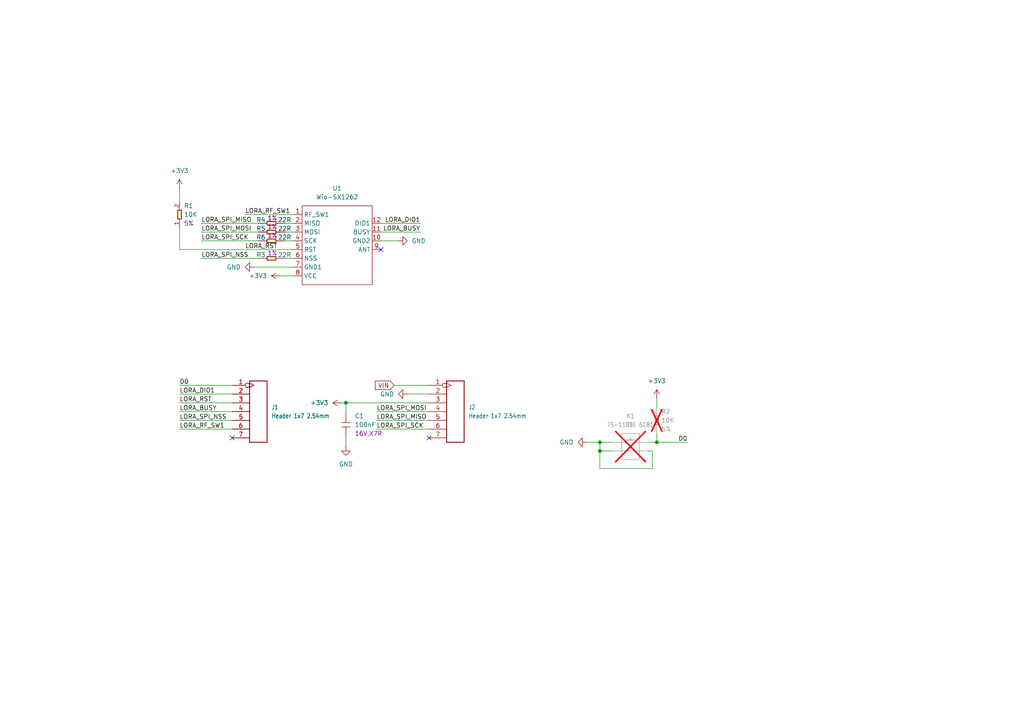
<source format=kicad_sch>
(kicad_sch
	(version 20250114)
	(generator "eeschema")
	(generator_version "9.0")
	(uuid "ddd1596a-1fdb-4457-bd34-9991d769f287")
	(paper "A4")
	(lib_symbols
		(symbol "Power_Gnd:+3V3"
			(power)
			(pin_numbers
				(hide yes)
			)
			(pin_names
				(offset 0)
				(hide yes)
			)
			(exclude_from_sim no)
			(in_bom yes)
			(on_board yes)
			(property "Reference" "#PWR"
				(at 0 -3.81 0)
				(effects
					(font
						(size 1.27 1.27)
					)
					(hide yes)
				)
			)
			(property "Value" "+3V3"
				(at 0 3.556 0)
				(effects
					(font
						(size 1.27 1.27)
					)
				)
			)
			(property "Footprint" ""
				(at 0 0 0)
				(effects
					(font
						(size 1.27 1.27)
					)
					(hide yes)
				)
			)
			(property "Datasheet" ""
				(at 0 0 0)
				(effects
					(font
						(size 1.27 1.27)
					)
					(hide yes)
				)
			)
			(property "Description" "Power symbol creates a global label with name \"+3V3\""
				(at 0 0 0)
				(effects
					(font
						(size 1.27 1.27)
					)
					(hide yes)
				)
			)
			(property "ki_keywords" "global power"
				(at 0 0 0)
				(effects
					(font
						(size 1.27 1.27)
					)
					(hide yes)
				)
			)
			(symbol "+3V3_0_1"
				(polyline
					(pts
						(xy -0.762 1.27) (xy 0 2.54)
					)
					(stroke
						(width 0)
						(type default)
					)
					(fill
						(type none)
					)
				)
				(polyline
					(pts
						(xy 0 2.54) (xy 0.762 1.27)
					)
					(stroke
						(width 0)
						(type default)
					)
					(fill
						(type none)
					)
				)
				(polyline
					(pts
						(xy 0 0) (xy 0 2.54)
					)
					(stroke
						(width 0)
						(type default)
					)
					(fill
						(type none)
					)
				)
			)
			(symbol "+3V3_1_1"
				(pin power_in line
					(at 0 0 90)
					(length 0)
					(name "~"
						(effects
							(font
								(size 1.27 1.27)
							)
						)
					)
					(number "1"
						(effects
							(font
								(size 1.27 1.27)
							)
						)
					)
				)
			)
			(embedded_fonts no)
		)
		(symbol "Power_Gnd:GND"
			(power)
			(pin_numbers
				(hide yes)
			)
			(pin_names
				(offset 0)
				(hide yes)
			)
			(exclude_from_sim no)
			(in_bom yes)
			(on_board yes)
			(property "Reference" "#PWR"
				(at 0 -6.35 0)
				(effects
					(font
						(size 1.27 1.27)
					)
					(hide yes)
				)
			)
			(property "Value" "GND"
				(at 0 -3.81 0)
				(effects
					(font
						(size 1.27 1.27)
					)
				)
			)
			(property "Footprint" ""
				(at 0 0 0)
				(effects
					(font
						(size 1.27 1.27)
					)
					(hide yes)
				)
			)
			(property "Datasheet" ""
				(at 0 0 0)
				(effects
					(font
						(size 1.27 1.27)
					)
					(hide yes)
				)
			)
			(property "Description" "Power symbol creates a global label with name \"GND\" , ground"
				(at 0 0 0)
				(effects
					(font
						(size 1.27 1.27)
					)
					(hide yes)
				)
			)
			(property "ki_keywords" "global power"
				(at 0 0 0)
				(effects
					(font
						(size 1.27 1.27)
					)
					(hide yes)
				)
			)
			(symbol "GND_0_1"
				(polyline
					(pts
						(xy 0 0) (xy 0 -1.27) (xy 1.27 -1.27) (xy 0 -2.54) (xy -1.27 -1.27) (xy 0 -1.27)
					)
					(stroke
						(width 0)
						(type default)
					)
					(fill
						(type none)
					)
				)
			)
			(symbol "GND_1_1"
				(pin power_in line
					(at 0 0 270)
					(length 0)
					(name "~"
						(effects
							(font
								(size 1.27 1.27)
							)
						)
					)
					(number "1"
						(effects
							(font
								(size 1.27 1.27)
							)
						)
					)
				)
			)
			(embedded_fonts no)
		)
		(symbol "libdb:Capacitors/302010004"
			(pin_numbers
				(hide yes)
			)
			(pin_names
				(hide yes)
			)
			(exclude_from_sim no)
			(in_bom yes)
			(on_board yes)
			(property "Reference" "C"
				(at 3.175 0 0)
				(effects
					(font
						(size 1.27 1.27)
					)
				)
			)
			(property "Value" "100nF"
				(at 5.715 -1.905 0)
				(effects
					(font
						(size 1.27 1.27)
					)
				)
			)
			(property "Footprint" "Capacitor:C0402"
				(at 0 0 0)
				(effects
					(font
						(size 1.27 1.27)
					)
					(hide yes)
				)
			)
			(property "Datasheet" ""
				(at 0 0 0)
				(effects
					(font
						(size 1.27 1.27)
					)
					(hide yes)
				)
			)
			(property "Description" "SMD CAP Ceramic 100nF-16V-10%-X7R;0402"
				(at 0 0 0)
				(effects
					(font
						(size 1.27 1.27)
					)
					(hide yes)
				)
			)
			(property "Manufacturer" "YAGEO"
				(at 0 0 0)
				(effects
					(font
						(size 1.27 1.27)
					)
					(hide yes)
				)
			)
			(property "MPN" "CC0402KRX7R7BB104"
				(at 0 0 0)
				(effects
					(font
						(size 1.27 1.27)
					)
					(hide yes)
				)
			)
			(property "SKU" "302010004"
				(at 0 0 0)
				(effects
					(font
						(size 1.27 1.27)
					)
					(hide yes)
				)
			)
			(property "Dielectric" ""
				(at 0 0 0)
				(effects
					(font
						(size 1.27 1.27)
					)
				)
			)
			(property "Part Type" "Ceramic"
				(at 0 0 0)
				(effects
					(font
						(size 1.27 1.27)
					)
					(hide yes)
				)
			)
			(property "Voltage Rating" "16V,X7R"
				(at 0 0 0)
				(effects
					(font
						(size 1.27 1.27)
					)
				)
			)
			(property "Status" "BeagleBone Carrier Board"
				(at 0 0 0)
				(effects
					(font
						(size 1.27 1.27)
					)
					(hide yes)
				)
			)
			(property "Temperature" "-55°C to 125°C"
				(at 0 0 0)
				(effects
					(font
						(size 1.27 1.27)
					)
					(hide yes)
				)
			)
			(property "Priority" ""
				(at 0 0 0)
				(effects
					(font
						(size 1.27 1.27)
					)
					(hide yes)
				)
			)
			(property "ki_fp_filters" "Capacitor:C0402"
				(at 0 0 0)
				(effects
					(font
						(size 1.27 1.27)
					)
					(hide yes)
				)
			)
			(symbol "Capacitors/302010004_0_1"
				(polyline
					(pts
						(xy -1.27 0.635) (xy 1.27 0.635)
					)
					(stroke
						(width 0)
						(type default)
					)
					(fill
						(type none)
					)
				)
				(polyline
					(pts
						(xy -1.27 -0.635) (xy 1.27 -0.635)
					)
					(stroke
						(width 0)
						(type default)
					)
					(fill
						(type none)
					)
				)
				(polyline
					(pts
						(xy 0 1.27) (xy 0 0.635)
					)
					(stroke
						(width 0)
						(type default)
					)
					(fill
						(type none)
					)
				)
				(polyline
					(pts
						(xy 0 -1.27) (xy 0 -0.635)
					)
					(stroke
						(width 0)
						(type default)
					)
					(fill
						(type none)
					)
				)
			)
			(symbol "Capacitors/302010004_1_1"
				(pin passive line
					(at 0 3.81 270)
					(length 2.54)
					(name "1"
						(effects
							(font
								(size 1.27 1.27)
							)
						)
					)
					(number "1"
						(effects
							(font
								(size 1.27 1.27)
							)
						)
					)
				)
				(pin passive line
					(at 0 -3.81 90)
					(length 2.54)
					(name "2"
						(effects
							(font
								(size 1.27 1.27)
							)
						)
					)
					(number "2"
						(effects
							(font
								(size 1.27 1.27)
							)
						)
					)
				)
			)
			(embedded_fonts no)
		)
		(symbol "libdb:Connector/320020216"
			(exclude_from_sim no)
			(in_bom yes)
			(on_board yes)
			(property "Reference" "J"
				(at -2.54 10.16 0)
				(effects
					(font
						(size 1.27 1.0795)
					)
					(justify left bottom)
				)
			)
			(property "Value" "Header 1x7 2.54mm"
				(at -2.54 8.89 0)
				(effects
					(font
						(size 1.27 1.0795)
					)
					(justify left bottom)
				)
			)
			(property "Footprint" "Connector:H7-2.54"
				(at 0 0 0)
				(effects
					(font
						(size 1.27 1.27)
					)
					(hide yes)
				)
			)
			(property "Datasheet" ""
				(at 0 0 0)
				(effects
					(font
						(size 1.27 1.27)
					)
					(hide yes)
				)
			)
			(property "Description" "DIP Black Male Header VERT;1*7P-2.54-2.54-11.6/3.0mm"
				(at 0 0 0)
				(effects
					(font
						(size 1.27 1.27)
					)
					(hide yes)
				)
			)
			(property "Manufacturer" ""
				(at 0 0 0)
				(effects
					(font
						(size 1.27 1.27)
					)
					(hide yes)
				)
			)
			(property "MPN" ""
				(at 0 0 0)
				(effects
					(font
						(size 1.27 1.27)
					)
					(hide yes)
				)
			)
			(property "SKU" "320020216"
				(at 0 0 0)
				(effects
					(font
						(size 1.27 1.27)
					)
					(hide yes)
				)
			)
			(property "Part Type" "Header"
				(at 0 0 0)
				(effects
					(font
						(size 1.27 1.27)
					)
					(hide yes)
				)
			)
			(property "Rating" ""
				(at 0 0 0)
				(effects
					(font
						(size 1.27 1.27)
					)
				)
			)
			(property "Status" "Grove AI HAT for Edge Computing"
				(at 0 0 0)
				(effects
					(font
						(size 1.27 1.27)
					)
					(hide yes)
				)
			)
			(property "Temperature" ""
				(at 0 0 0)
				(effects
					(font
						(size 1.27 1.27)
					)
					(hide yes)
				)
			)
			(property "Priority" ""
				(at 0 0 0)
				(effects
					(font
						(size 1.27 1.27)
					)
					(hide yes)
				)
			)
			(property "ki_fp_filters" "Connector:H7-2.54"
				(at 0 0 0)
				(effects
					(font
						(size 1.27 1.27)
					)
					(hide yes)
				)
			)
			(symbol "Connector/320020216_1_0"
				(polyline
					(pts
						(xy -2.54 8.89) (xy 2.54 8.89)
					)
					(stroke
						(width 0.254)
						(type solid)
					)
					(fill
						(type none)
					)
				)
				(polyline
					(pts
						(xy -2.54 -8.89) (xy -2.54 8.89)
					)
					(stroke
						(width 0.254)
						(type solid)
					)
					(fill
						(type none)
					)
				)
				(polyline
					(pts
						(xy 2.54 8.89) (xy 2.54 -8.89)
					)
					(stroke
						(width 0.254)
						(type solid)
					)
					(fill
						(type none)
					)
				)
				(polyline
					(pts
						(xy 2.54 -8.89) (xy -2.54 -8.89)
					)
					(stroke
						(width 0.254)
						(type solid)
					)
					(fill
						(type none)
					)
				)
				(pin passive inverted_clock
					(at -7.62 7.62 0)
					(length 5.08)
					(name "1"
						(effects
							(font
								(size 0 0)
							)
						)
					)
					(number "1"
						(effects
							(font
								(size 1.27 1.27)
							)
						)
					)
				)
				(pin passive line
					(at -7.62 5.08 0)
					(length 5.08)
					(name "2"
						(effects
							(font
								(size 0 0)
							)
						)
					)
					(number "2"
						(effects
							(font
								(size 1.27 1.27)
							)
						)
					)
				)
				(pin passive line
					(at -7.62 2.54 0)
					(length 5.08)
					(name "3"
						(effects
							(font
								(size 0 0)
							)
						)
					)
					(number "3"
						(effects
							(font
								(size 1.27 1.27)
							)
						)
					)
				)
				(pin passive line
					(at -7.62 0 0)
					(length 5.08)
					(name "4"
						(effects
							(font
								(size 0 0)
							)
						)
					)
					(number "4"
						(effects
							(font
								(size 1.27 1.27)
							)
						)
					)
				)
				(pin passive line
					(at -7.62 -2.54 0)
					(length 5.08)
					(name "5"
						(effects
							(font
								(size 0 0)
							)
						)
					)
					(number "5"
						(effects
							(font
								(size 1.27 1.27)
							)
						)
					)
				)
				(pin passive line
					(at -7.62 -5.08 0)
					(length 5.08)
					(name "6"
						(effects
							(font
								(size 0 0)
							)
						)
					)
					(number "6"
						(effects
							(font
								(size 1.27 1.27)
							)
						)
					)
				)
				(pin passive line
					(at -7.62 -7.62 0)
					(length 5.08)
					(name "7"
						(effects
							(font
								(size 0 0)
							)
						)
					)
					(number "7"
						(effects
							(font
								(size 1.27 1.27)
							)
						)
					)
				)
			)
			(embedded_fonts no)
		)
		(symbol "libdb:Module/114993390"
			(exclude_from_sim no)
			(in_bom yes)
			(on_board yes)
			(property "Reference" "U"
				(at -9.652 12.954 0)
				(effects
					(font
						(size 1.27 1.27)
					)
				)
			)
			(property "Value" "Wio-SX1262"
				(at -7.62 11.176 0)
				(effects
					(font
						(size 1.27 1.27)
					)
				)
			)
			(property "Footprint" "Module:MODULE12P-1.27-11X11.6MM"
				(at -5.08 2.54 0)
				(effects
					(font
						(size 1.27 1.27)
					)
					(hide yes)
				)
			)
			(property "Datasheet" ""
				(at -5.08 2.54 0)
				(effects
					(font
						(size 1.27 1.27)
					)
					(hide yes)
				)
			)
			(property "Description" "Wio-SX1262 Wireless Module"
				(at -5.08 2.54 0)
				(effects
					(font
						(size 1.27 1.27)
					)
					(hide yes)
				)
			)
			(property "Manufacturer" "SenseCAP"
				(at 0 0 0)
				(effects
					(font
						(size 1.27 1.27)
					)
					(hide yes)
				)
			)
			(property "MPN" "Wio-SX1262"
				(at 0 0 0)
				(effects
					(font
						(size 1.27 1.27)
					)
					(hide yes)
				)
			)
			(property "SKU" "114993390"
				(at 0 0 0)
				(effects
					(font
						(size 1.27 1.27)
					)
					(hide yes)
				)
			)
			(property "Part Type" "Module"
				(at 0 0 0)
				(effects
					(font
						(size 1.27 1.27)
					)
					(hide yes)
				)
			)
			(property "Rating" ""
				(at 0 0 0)
				(effects
					(font
						(size 1.27 1.27)
					)
				)
			)
			(property "Status" "XIAO+SX1262"
				(at 0 0 0)
				(effects
					(font
						(size 1.27 1.27)
					)
					(hide yes)
				)
			)
			(property "Temperature" "-40°C to 85°C"
				(at 0 0 0)
				(effects
					(font
						(size 1.27 1.27)
					)
					(hide yes)
				)
			)
			(property "Priority" ""
				(at 0 0 0)
				(effects
					(font
						(size 1.27 1.27)
					)
					(hide yes)
				)
			)
			(property "ki_fp_filters" "Module:MODULE12P-1.27-11X11.6MM"
				(at 0 0 0)
				(effects
					(font
						(size 1.27 1.27)
					)
					(hide yes)
				)
			)
			(symbol "Module/114993390_0_1"
				(rectangle
					(start -10.16 10.16)
					(end 10.16 -12.7)
					(stroke
						(width 0)
						(type default)
					)
					(fill
						(type none)
					)
				)
			)
			(symbol "Module/114993390_1_1"
				(pin passive line
					(at -12.7 7.62 0)
					(length 2.54)
					(name "RF_SW1"
						(effects
							(font
								(size 1.27 1.27)
							)
						)
					)
					(number "1"
						(effects
							(font
								(size 1.27 1.27)
							)
						)
					)
				)
				(pin passive line
					(at -12.7 5.08 0)
					(length 2.54)
					(name "MISO"
						(effects
							(font
								(size 1.27 1.27)
							)
						)
					)
					(number "2"
						(effects
							(font
								(size 1.27 1.27)
							)
						)
					)
				)
				(pin passive line
					(at -12.7 2.54 0)
					(length 2.54)
					(name "MOSI"
						(effects
							(font
								(size 1.27 1.27)
							)
						)
					)
					(number "3"
						(effects
							(font
								(size 1.27 1.27)
							)
						)
					)
				)
				(pin passive line
					(at -12.7 0 0)
					(length 2.54)
					(name "SCK"
						(effects
							(font
								(size 1.27 1.27)
							)
						)
					)
					(number "4"
						(effects
							(font
								(size 1.27 1.27)
							)
						)
					)
				)
				(pin passive line
					(at -12.7 -2.54 0)
					(length 2.54)
					(name "RST"
						(effects
							(font
								(size 1.27 1.27)
							)
						)
					)
					(number "5"
						(effects
							(font
								(size 1.27 1.27)
							)
						)
					)
				)
				(pin passive line
					(at -12.7 -5.08 0)
					(length 2.54)
					(name "NSS"
						(effects
							(font
								(size 1.27 1.27)
							)
						)
					)
					(number "6"
						(effects
							(font
								(size 1.27 1.27)
							)
						)
					)
				)
				(pin passive line
					(at -12.7 -7.62 0)
					(length 2.54)
					(name "GND1"
						(effects
							(font
								(size 1.27 1.27)
							)
						)
					)
					(number "7"
						(effects
							(font
								(size 1.27 1.27)
							)
						)
					)
				)
				(pin passive line
					(at -12.7 -10.16 0)
					(length 2.54)
					(name "VCC"
						(effects
							(font
								(size 1.27 1.27)
							)
						)
					)
					(number "8"
						(effects
							(font
								(size 1.27 1.27)
							)
						)
					)
				)
				(pin passive line
					(at 12.7 5.08 180)
					(length 2.54)
					(name "DIO1"
						(effects
							(font
								(size 1.27 1.27)
							)
						)
					)
					(number "12"
						(effects
							(font
								(size 1.27 1.27)
							)
						)
					)
				)
				(pin passive line
					(at 12.7 2.54 180)
					(length 2.54)
					(name "BUSY"
						(effects
							(font
								(size 1.27 1.27)
							)
						)
					)
					(number "11"
						(effects
							(font
								(size 1.27 1.27)
							)
						)
					)
				)
				(pin passive line
					(at 12.7 0 180)
					(length 2.54)
					(name "GND2"
						(effects
							(font
								(size 1.27 1.27)
							)
						)
					)
					(number "10"
						(effects
							(font
								(size 1.27 1.27)
							)
						)
					)
				)
				(pin passive line
					(at 12.7 -2.54 180)
					(length 2.54)
					(name "ANT"
						(effects
							(font
								(size 1.27 1.27)
							)
						)
					)
					(number "9"
						(effects
							(font
								(size 1.27 1.27)
							)
						)
					)
				)
			)
			(embedded_fonts no)
		)
		(symbol "libdb:Resistors/301010004"
			(pin_names
				(offset 1.016)
			)
			(exclude_from_sim no)
			(in_bom yes)
			(on_board yes)
			(property "Reference" "R"
				(at -1.905 0.635 0)
				(effects
					(font
						(size 1.27 1.27)
					)
					(justify left bottom)
				)
			)
			(property "Value" "10K"
				(at 0.635 0.635 0)
				(effects
					(font
						(size 1.27 1.27)
					)
					(justify left bottom)
				)
			)
			(property "Footprint" "Resistor:R0402"
				(at 0 0 0)
				(effects
					(font
						(size 1.27 1.27)
					)
					(hide yes)
				)
			)
			(property "Datasheet" ""
				(at 0 0 0)
				(effects
					(font
						(size 1.27 1.27)
					)
					(hide yes)
				)
			)
			(property "Description" "SMD RES 10K-5%-1/16W;0402"
				(at 0 0 0)
				(effects
					(font
						(size 1.27 1.27)
					)
					(hide yes)
				)
			)
			(property "Manufacturer" "YAGEO"
				(at 0 0 0)
				(effects
					(font
						(size 1.27 1.27)
					)
					(hide yes)
				)
			)
			(property "MPN" "RC0402JR-0710KL"
				(at 0 0 0)
				(effects
					(font
						(size 1.27 1.27)
					)
					(hide yes)
				)
			)
			(property "SKU" "301010004"
				(at 0 0 0)
				(effects
					(font
						(size 1.27 1.27)
					)
					(hide yes)
				)
			)
			(property "Resistance" "10K"
				(at 0 0 0)
				(effects
					(font
						(size 1.27 1.27)
					)
					(hide yes)
				)
			)
			(property "Tolerance" ""
				(at 0 0 0)
				(effects
					(font
						(size 1.27 1.27)
					)
					(hide yes)
				)
			)
			(property "Part Type" "RES"
				(at 0 0 0)
				(effects
					(font
						(size 1.27 1.27)
					)
					(hide yes)
				)
			)
			(property "Power Rating" "5%"
				(at 0 0 0)
				(effects
					(font
						(size 1.27 1.27)
					)
				)
			)
			(property "Status" "BeagleBone Carrier Board"
				(at 0 0 0)
				(effects
					(font
						(size 1.27 1.27)
					)
					(hide yes)
				)
			)
			(property "Temperature" "-55°C to 155°C"
				(at 0 0 0)
				(effects
					(font
						(size 1.27 1.27)
					)
					(hide yes)
				)
			)
			(property "Priority" ""
				(at 0 0 0)
				(effects
					(font
						(size 1.27 1.27)
					)
					(hide yes)
				)
			)
			(property "ki_fp_filters" "Resistor:R0402"
				(at 0 0 0)
				(effects
					(font
						(size 1.27 1.27)
					)
					(hide yes)
				)
			)
			(symbol "Resistors/301010004_0_0"
				(rectangle
					(start -1.27 -0.508)
					(end 1.27 0.508)
					(stroke
						(width 0.254)
						(type default)
					)
					(fill
						(type background)
					)
				)
				(pin passive line
					(at -3.81 0 0)
					(length 2.54)
					(name "~"
						(effects
							(font
								(size 1.016 1.016)
							)
						)
					)
					(number "1"
						(effects
							(font
								(size 1.016 1.016)
							)
						)
					)
				)
				(pin passive line
					(at 3.81 0 180)
					(length 2.54)
					(name "~"
						(effects
							(font
								(size 1.016 1.016)
							)
						)
					)
					(number "2"
						(effects
							(font
								(size 1.016 1.016)
							)
						)
					)
				)
			)
			(embedded_fonts no)
		)
		(symbol "libdb:Resistors/301010052"
			(pin_numbers
				(hide yes)
			)
			(pin_names
				(offset 1.016)
			)
			(exclude_from_sim no)
			(in_bom yes)
			(on_board yes)
			(property "Reference" "R"
				(at -1.905 0.635 0)
				(effects
					(font
						(size 1.27 1.27)
					)
					(justify left bottom)
				)
			)
			(property "Value" "22R"
				(at 0.635 0.635 0)
				(effects
					(font
						(size 1.27 1.27)
					)
					(justify left bottom)
				)
			)
			(property "Footprint" "Resistor:R0402"
				(at 0 0 0)
				(effects
					(font
						(size 1.27 1.27)
					)
					(hide yes)
				)
			)
			(property "Datasheet" ""
				(at 0 0 0)
				(effects
					(font
						(size 1.27 1.27)
					)
					(hide yes)
				)
			)
			(property "Description" "SMD RES 22R-1%-1/16W;0402"
				(at 0 0 0)
				(effects
					(font
						(size 1.27 1.27)
					)
					(hide yes)
				)
			)
			(property "Manufacturer" "YAGEO"
				(at 0 0 0)
				(effects
					(font
						(size 1.27 1.27)
					)
					(hide yes)
				)
			)
			(property "MPN" "RC0402FR-0722RL"
				(at 0 0 0)
				(effects
					(font
						(size 1.27 1.27)
					)
					(hide yes)
				)
			)
			(property "SKU" "301010052"
				(at 0 0 0)
				(effects
					(font
						(size 1.27 1.27)
					)
					(hide yes)
				)
			)
			(property "Resistance" "22R"
				(at 0 0 0)
				(effects
					(font
						(size 1.27 1.27)
					)
					(hide yes)
				)
			)
			(property "Tolerance" ""
				(at 0 0 0)
				(effects
					(font
						(size 1.27 1.27)
					)
					(hide yes)
				)
			)
			(property "Part Type" "RES"
				(at 0 0 0)
				(effects
					(font
						(size 1.27 1.27)
					)
					(hide yes)
				)
			)
			(property "Power Rating" "1%"
				(at 0 0 0)
				(effects
					(font
						(size 1.27 1.27)
					)
				)
			)
			(property "Status" "BeagleBone Carrier Board"
				(at 0 0 0)
				(effects
					(font
						(size 1.27 1.27)
					)
					(hide yes)
				)
			)
			(property "Temperature" "-55°C to 155°C"
				(at 0 0 0)
				(effects
					(font
						(size 1.27 1.27)
					)
					(hide yes)
				)
			)
			(property "Priority" ""
				(at 0 0 0)
				(effects
					(font
						(size 1.27 1.27)
					)
					(hide yes)
				)
			)
			(property "ki_fp_filters" "Resistor:R0402"
				(at 0 0 0)
				(effects
					(font
						(size 1.27 1.27)
					)
					(hide yes)
				)
			)
			(symbol "Resistors/301010052_0_0"
				(rectangle
					(start -1.27 -0.508)
					(end 1.27 0.508)
					(stroke
						(width 0.254)
						(type default)
					)
					(fill
						(type background)
					)
				)
				(pin passive line
					(at -3.81 0 0)
					(length 2.54)
					(name "~"
						(effects
							(font
								(size 1.016 1.016)
							)
						)
					)
					(number "1"
						(effects
							(font
								(size 1.016 1.016)
							)
						)
					)
				)
				(pin passive line
					(at 3.81 0 180)
					(length 2.54)
					(name "~"
						(effects
							(font
								(size 1.016 1.016)
							)
						)
					)
					(number "2"
						(effects
							(font
								(size 1.016 1.016)
							)
						)
					)
				)
			)
			(embedded_fonts no)
		)
		(symbol "libdb:Switch/311020023"
			(exclude_from_sim no)
			(in_bom yes)
			(on_board yes)
			(property "Reference" "K"
				(at -2.54 5.08 0)
				(effects
					(font
						(size 1.27 1.0795)
					)
					(justify left bottom)
				)
			)
			(property "Value" "TS-1188E 6C81"
				(at -2.54 3.81 0)
				(effects
					(font
						(size 1.27 1.0795)
					)
					(justify left bottom)
				)
			)
			(property "Footprint" "Switch:SW4-SMD-7.0X3.5X3.5MM-90D"
				(at 0 0 0)
				(effects
					(font
						(size 1.27 1.27)
					)
					(hide yes)
				)
			)
			(property "Datasheet" ""
				(at 0 0 0)
				(effects
					(font
						(size 1.27 1.27)
					)
					(hide yes)
				)
			)
			(property "Description" "SMD Side Button 180gf;4P-L7.0*W3.5*H3.5mm-90D"
				(at 0 0 0)
				(effects
					(font
						(size 1.27 1.27)
					)
					(hide yes)
				)
			)
			(property "Manufacturer" "百斯特"
				(at 0 0 0)
				(effects
					(font
						(size 1.27 1.27)
					)
					(hide yes)
				)
			)
			(property "MPN" "TS-1188E 6C81"
				(at 0 0 0)
				(effects
					(font
						(size 1.27 1.27)
					)
					(hide yes)
				)
			)
			(property "SKU" "311020023"
				(at 0 0 0)
				(effects
					(font
						(size 1.27 1.27)
					)
					(hide yes)
				)
			)
			(property "Part Type" "SWITCH"
				(at 0 0 0)
				(effects
					(font
						(size 1.27 1.27)
					)
					(hide yes)
				)
			)
			(property "Rating" ""
				(at 0 0 0)
				(effects
					(font
						(size 1.27 1.27)
					)
				)
			)
			(property "Status" ""
				(at 0 0 0)
				(effects
					(font
						(size 1.27 1.27)
					)
					(hide yes)
				)
			)
			(property "Temperature" "-25°C to 70°C"
				(at 0 0 0)
				(effects
					(font
						(size 1.27 1.27)
					)
					(hide yes)
				)
			)
			(property "Priority" ""
				(at 0 0 0)
				(effects
					(font
						(size 1.27 1.27)
					)
					(hide yes)
				)
			)
			(property "ki_fp_filters" "Switch:SW4-SMD-7.0X3.5X3.5MM-90D"
				(at 0 0 0)
				(effects
					(font
						(size 1.27 1.27)
					)
					(hide yes)
				)
			)
			(symbol "Switch/311020023_1_0"
				(polyline
					(pts
						(xy -2.54 3.81) (xy 2.54 3.81)
					)
					(stroke
						(width 0.1524)
						(type solid)
					)
					(fill
						(type none)
					)
				)
				(polyline
					(pts
						(xy -2.54 1.27) (xy -1.27 1.27)
					)
					(stroke
						(width 0.1524)
						(type solid)
					)
					(fill
						(type none)
					)
				)
				(polyline
					(pts
						(xy -2.54 -1.27) (xy 2.54 -1.27)
					)
					(stroke
						(width 0.1524)
						(type solid)
					)
					(fill
						(type none)
					)
				)
				(polyline
					(pts
						(xy -2.54 -3.81) (xy -2.54 3.81)
					)
					(stroke
						(width 0.1524)
						(type solid)
					)
					(fill
						(type none)
					)
				)
				(polyline
					(pts
						(xy -1.27 1.905) (xy 0 1.905)
					)
					(stroke
						(width 0.254)
						(type solid)
					)
					(fill
						(type none)
					)
				)
				(circle
					(center -1.27 1.27)
					(radius 0.254)
					(stroke
						(width 0)
						(type solid)
					)
					(fill
						(type none)
					)
				)
				(polyline
					(pts
						(xy 0 1.905) (xy 0 2.54)
					)
					(stroke
						(width 0.254)
						(type solid)
					)
					(fill
						(type none)
					)
				)
				(polyline
					(pts
						(xy 0 1.905) (xy 1.27 1.905)
					)
					(stroke
						(width 0.254)
						(type solid)
					)
					(fill
						(type none)
					)
				)
				(circle
					(center 1.27 1.27)
					(radius 0.254)
					(stroke
						(width 0)
						(type solid)
					)
					(fill
						(type none)
					)
				)
				(polyline
					(pts
						(xy 2.54 3.81) (xy 2.54 -3.81)
					)
					(stroke
						(width 0.1524)
						(type solid)
					)
					(fill
						(type none)
					)
				)
				(polyline
					(pts
						(xy 2.54 1.27) (xy 1.27 1.27)
					)
					(stroke
						(width 0.1524)
						(type solid)
					)
					(fill
						(type none)
					)
				)
				(polyline
					(pts
						(xy 2.54 -3.81) (xy -2.54 -3.81)
					)
					(stroke
						(width 0.1524)
						(type solid)
					)
					(fill
						(type none)
					)
				)
				(pin passive line
					(at -5.08 1.27 0)
					(length 2.54)
					(name "1"
						(effects
							(font
								(size 0 0)
							)
						)
					)
					(number "1"
						(effects
							(font
								(size 0 0)
							)
						)
					)
				)
				(pin passive line
					(at -5.08 -1.27 0)
					(length 2.54)
					(name "S1"
						(effects
							(font
								(size 0 0)
							)
						)
					)
					(number "3"
						(effects
							(font
								(size 0 0)
							)
						)
					)
				)
				(pin passive line
					(at 5.08 1.27 180)
					(length 2.54)
					(name "2"
						(effects
							(font
								(size 0 0)
							)
						)
					)
					(number "2"
						(effects
							(font
								(size 0 0)
							)
						)
					)
				)
				(pin passive line
					(at 5.08 -1.27 180)
					(length 2.54)
					(name "S2"
						(effects
							(font
								(size 0 0)
							)
						)
					)
					(number "4"
						(effects
							(font
								(size 0 0)
							)
						)
					)
				)
			)
			(embedded_fonts no)
		)
	)
	(junction
		(at 173.99 128.27)
		(diameter 0)
		(color 0 0 0 0)
		(uuid "1b8ae914-67ae-4636-813d-15e8a2f43824")
	)
	(junction
		(at 190.5 128.27)
		(diameter 0)
		(color 0 0 0 0)
		(uuid "4dc2a7f3-c807-4403-a1f5-fcb6ce6c7835")
	)
	(junction
		(at 173.99 130.81)
		(diameter 0)
		(color 0 0 0 0)
		(uuid "6925393f-3f4e-401f-8fdf-1bf6167c1195")
	)
	(junction
		(at 100.33 116.84)
		(diameter 0)
		(color 0 0 0 0)
		(uuid "93c5a332-e707-45cb-a9e9-1b3bf6247e92")
	)
	(no_connect
		(at 67.31 127)
		(uuid "09e0b681-a1d5-4f65-8797-0c099457324e")
	)
	(no_connect
		(at 124.46 127)
		(uuid "77d5481d-2256-4f4e-80e8-076bc8851558")
	)
	(no_connect
		(at 110.49 72.39)
		(uuid "fa111829-8518-4293-a3ea-e8f9fba0bf52")
	)
	(wire
		(pts
			(xy 52.07 119.38) (xy 67.31 119.38)
		)
		(stroke
			(width 0)
			(type default)
		)
		(uuid "0072f839-9a1c-4e0f-89f8-47c6bc81a9e5")
	)
	(wire
		(pts
			(xy 190.5 115.57) (xy 190.5 118.11)
		)
		(stroke
			(width 0)
			(type default)
		)
		(uuid "087aaaf1-69a5-4720-b9bf-61d855e9f035")
	)
	(wire
		(pts
			(xy 170.18 128.27) (xy 173.99 128.27)
		)
		(stroke
			(width 0)
			(type default)
		)
		(uuid "13d43bef-e763-4fc7-8c22-5fa1ba25caa1")
	)
	(wire
		(pts
			(xy 187.96 128.27) (xy 190.5 128.27)
		)
		(stroke
			(width 0)
			(type default)
		)
		(uuid "13fa202b-ea17-4a58-b7a1-ff0856e71620")
	)
	(wire
		(pts
			(xy 190.5 128.27) (xy 199.39 128.27)
		)
		(stroke
			(width 0)
			(type default)
		)
		(uuid "1deef698-a5c9-44c5-8ed2-482c39ec6ecd")
	)
	(wire
		(pts
			(xy 52.07 114.3) (xy 67.31 114.3)
		)
		(stroke
			(width 0)
			(type default)
		)
		(uuid "23ce331f-b0cc-4ca9-bb5c-ee89c10fbc55")
	)
	(wire
		(pts
			(xy 52.07 66.04) (xy 52.07 72.39)
		)
		(stroke
			(width 0)
			(type default)
		)
		(uuid "2482f1ea-746f-48d3-b526-bb329bf79768")
	)
	(wire
		(pts
			(xy 99.06 116.84) (xy 100.33 116.84)
		)
		(stroke
			(width 0)
			(type default)
		)
		(uuid "2910270d-36c5-438d-816c-c569dc646d82")
	)
	(wire
		(pts
			(xy 82.55 64.77) (xy 85.09 64.77)
		)
		(stroke
			(width 0)
			(type default)
		)
		(uuid "37ec75ad-4d0a-4882-8afc-84a2155f675c")
	)
	(wire
		(pts
			(xy 58.42 64.77) (xy 74.93 64.77)
		)
		(stroke
			(width 0)
			(type default)
		)
		(uuid "3e616241-3fb1-451e-9297-ccaba7c112d4")
	)
	(wire
		(pts
			(xy 110.49 64.77) (xy 121.92 64.77)
		)
		(stroke
			(width 0)
			(type default)
		)
		(uuid "41c1233b-ff54-4d03-86fe-2b8043b04a24")
	)
	(wire
		(pts
			(xy 189.23 135.89) (xy 173.99 135.89)
		)
		(stroke
			(width 0)
			(type default)
		)
		(uuid "46740720-19a9-4ef9-8b2f-d40bf5e613e6")
	)
	(wire
		(pts
			(xy 114.3 111.76) (xy 124.46 111.76)
		)
		(stroke
			(width 0)
			(type default)
		)
		(uuid "46c60387-e171-4e5e-a854-44b99ddba319")
	)
	(wire
		(pts
			(xy 52.07 116.84) (xy 67.31 116.84)
		)
		(stroke
			(width 0)
			(type default)
		)
		(uuid "49b833d2-97b4-48ea-a949-1a09b4745994")
	)
	(wire
		(pts
			(xy 100.33 116.84) (xy 100.33 119.38)
		)
		(stroke
			(width 0)
			(type default)
		)
		(uuid "4d7c0b66-c5d0-4149-a0e0-9f81c8adc807")
	)
	(wire
		(pts
			(xy 58.42 67.31) (xy 74.93 67.31)
		)
		(stroke
			(width 0)
			(type default)
		)
		(uuid "4e9a1b78-39b4-4676-9c56-2bf75fa1faba")
	)
	(wire
		(pts
			(xy 52.07 54.61) (xy 52.07 58.42)
		)
		(stroke
			(width 0)
			(type default)
		)
		(uuid "63b3bf32-d05a-4cb0-b254-eb210b235b56")
	)
	(wire
		(pts
			(xy 189.23 130.81) (xy 189.23 135.89)
		)
		(stroke
			(width 0)
			(type default)
		)
		(uuid "65853b86-cf6b-4a02-b0ed-f29ef3dfa286")
	)
	(wire
		(pts
			(xy 82.55 67.31) (xy 85.09 67.31)
		)
		(stroke
			(width 0)
			(type default)
		)
		(uuid "7279555a-c3bb-43ce-9a10-c79f3baefea4")
	)
	(wire
		(pts
			(xy 110.49 69.85) (xy 115.57 69.85)
		)
		(stroke
			(width 0)
			(type default)
		)
		(uuid "75c920d1-8058-4816-a001-13d87cc5321c")
	)
	(wire
		(pts
			(xy 109.22 124.46) (xy 124.46 124.46)
		)
		(stroke
			(width 0)
			(type default)
		)
		(uuid "7611d297-7b65-44a5-be27-3ee5f4e80d2e")
	)
	(wire
		(pts
			(xy 100.33 127) (xy 100.33 129.54)
		)
		(stroke
			(width 0)
			(type default)
		)
		(uuid "7d252819-7277-4e6d-b422-d8db00a3abd8")
	)
	(wire
		(pts
			(xy 109.22 119.38) (xy 124.46 119.38)
		)
		(stroke
			(width 0)
			(type default)
		)
		(uuid "846501ed-d28d-40be-bc87-79111a79a7ce")
	)
	(wire
		(pts
			(xy 118.11 114.3) (xy 124.46 114.3)
		)
		(stroke
			(width 0)
			(type default)
		)
		(uuid "88928b93-8ace-4c7c-920c-ddcfa35b7288")
	)
	(wire
		(pts
			(xy 173.99 128.27) (xy 177.8 128.27)
		)
		(stroke
			(width 0)
			(type default)
		)
		(uuid "8da15c82-a883-40b7-b98f-01f231e30807")
	)
	(wire
		(pts
			(xy 173.99 130.81) (xy 173.99 128.27)
		)
		(stroke
			(width 0)
			(type default)
		)
		(uuid "908db874-1904-47b2-b6c1-5f2f0ff1352b")
	)
	(wire
		(pts
			(xy 82.55 69.85) (xy 85.09 69.85)
		)
		(stroke
			(width 0)
			(type default)
		)
		(uuid "9c0fb672-60ce-4d06-99b7-5838042d93db")
	)
	(wire
		(pts
			(xy 52.07 111.76) (xy 67.31 111.76)
		)
		(stroke
			(width 0)
			(type default)
		)
		(uuid "a52b3dbb-8a7f-4320-9eda-3b0acc5c715d")
	)
	(wire
		(pts
			(xy 173.99 130.81) (xy 177.8 130.81)
		)
		(stroke
			(width 0)
			(type default)
		)
		(uuid "a744b05d-16ca-4113-8262-3a18d7c2d6b8")
	)
	(wire
		(pts
			(xy 71.12 62.23) (xy 85.09 62.23)
		)
		(stroke
			(width 0)
			(type default)
		)
		(uuid "a805e7fa-3638-4291-a349-37cbc5bfc7f2")
	)
	(wire
		(pts
			(xy 58.42 74.93) (xy 74.93 74.93)
		)
		(stroke
			(width 0)
			(type default)
		)
		(uuid "a9f83930-59eb-48d9-9f1e-48378f4a0171")
	)
	(wire
		(pts
			(xy 81.28 80.01) (xy 85.09 80.01)
		)
		(stroke
			(width 0)
			(type default)
		)
		(uuid "add626ac-2de4-4d79-a65b-11cd58e9e1ed")
	)
	(wire
		(pts
			(xy 52.07 124.46) (xy 67.31 124.46)
		)
		(stroke
			(width 0)
			(type default)
		)
		(uuid "b19272fd-89e8-4964-b15c-8df0b788262a")
	)
	(wire
		(pts
			(xy 110.49 67.31) (xy 121.92 67.31)
		)
		(stroke
			(width 0)
			(type default)
		)
		(uuid "b7f4a4bc-488f-4b7a-9894-e33997ac92f3")
	)
	(wire
		(pts
			(xy 58.42 69.85) (xy 74.93 69.85)
		)
		(stroke
			(width 0)
			(type default)
		)
		(uuid "c3cae690-c128-49ce-a8b8-9ca6ffaf6582")
	)
	(wire
		(pts
			(xy 73.66 77.47) (xy 85.09 77.47)
		)
		(stroke
			(width 0)
			(type default)
		)
		(uuid "cd70e7bc-95ee-49c5-b3f8-c2d155bae0ae")
	)
	(wire
		(pts
			(xy 190.5 128.27) (xy 190.5 125.73)
		)
		(stroke
			(width 0)
			(type default)
		)
		(uuid "e229c0da-0943-465c-b2b7-58244e153d17")
	)
	(wire
		(pts
			(xy 52.07 121.92) (xy 67.31 121.92)
		)
		(stroke
			(width 0)
			(type default)
		)
		(uuid "e2d668ca-9519-4ff0-a930-b24e121a0e71")
	)
	(wire
		(pts
			(xy 173.99 135.89) (xy 173.99 130.81)
		)
		(stroke
			(width 0)
			(type default)
		)
		(uuid "ea32ccf9-5e5b-45a8-aca1-9ebeda810545")
	)
	(wire
		(pts
			(xy 187.96 130.81) (xy 189.23 130.81)
		)
		(stroke
			(width 0)
			(type default)
		)
		(uuid "ed26b385-396f-4abd-9219-a7f7e923a2fb")
	)
	(wire
		(pts
			(xy 109.22 121.92) (xy 124.46 121.92)
		)
		(stroke
			(width 0)
			(type default)
		)
		(uuid "efac3802-2b76-4788-8dd8-e7a8aa116d8f")
	)
	(wire
		(pts
			(xy 82.55 74.93) (xy 85.09 74.93)
		)
		(stroke
			(width 0)
			(type default)
		)
		(uuid "f3ab81fb-5b8a-4493-91f1-5ddca1aa0d5c")
	)
	(wire
		(pts
			(xy 52.07 72.39) (xy 85.09 72.39)
		)
		(stroke
			(width 0)
			(type default)
		)
		(uuid "f3d34cc1-2535-46a9-bc60-5145d75e764a")
	)
	(wire
		(pts
			(xy 100.33 116.84) (xy 124.46 116.84)
		)
		(stroke
			(width 0)
			(type default)
		)
		(uuid "fcc2a5f0-77b8-42ef-b96c-ebf0f547b171")
	)
	(label "D0"
		(at 199.39 128.27 180)
		(effects
			(font
				(size 1.27 1.27)
			)
			(justify right bottom)
		)
		(uuid "000323b3-154e-453d-93af-f250e8771e9f")
	)
	(label "LORA_SPI_MISO"
		(at 109.22 121.92 0)
		(effects
			(font
				(size 1.27 1.27)
			)
			(justify left bottom)
		)
		(uuid "0107ce2d-6b9f-4093-91df-ea16043f6922")
	)
	(label "LORA_BUSY"
		(at 52.07 119.38 0)
		(effects
			(font
				(size 1.27 1.27)
			)
			(justify left bottom)
		)
		(uuid "065287a7-828a-4ba8-99ea-b3ba5f8f5659")
	)
	(label "LORA_SPI_SCK"
		(at 109.22 124.46 0)
		(effects
			(font
				(size 1.27 1.27)
			)
			(justify left bottom)
		)
		(uuid "06df5177-67c9-4bc2-8209-4eb23e7632ac")
	)
	(label "LORA_RST"
		(at 52.07 116.84 0)
		(effects
			(font
				(size 1.27 1.27)
			)
			(justify left bottom)
		)
		(uuid "3ae0f8ec-b1fc-4ad7-9b99-463090f1ebed")
	)
	(label "LORA_SPI_NSS"
		(at 52.07 121.92 0)
		(effects
			(font
				(size 1.27 1.27)
			)
			(justify left bottom)
		)
		(uuid "3e414910-ed6d-4b10-8dea-f16efba17ae1")
	)
	(label "LORA_DIO1"
		(at 121.92 64.77 180)
		(effects
			(font
				(size 1.27 1.27)
			)
			(justify right bottom)
		)
		(uuid "3ea35e7b-92e8-4a04-930d-e7199836b895")
	)
	(label "LORA_SPI_SCK"
		(at 58.42 69.85 0)
		(effects
			(font
				(size 1.27 1.27)
			)
			(justify left bottom)
		)
		(uuid "5ad1830a-86fe-49e5-821f-bc249d2f5b9c")
	)
	(label "LORA_SPI_NSS"
		(at 58.42 74.93 0)
		(effects
			(font
				(size 1.27 1.27)
			)
			(justify left bottom)
		)
		(uuid "7be1a15e-9c02-4c51-998c-ed0d4dfb44f2")
	)
	(label "LORA_SPI_MOSI"
		(at 58.42 67.31 0)
		(effects
			(font
				(size 1.27 1.27)
			)
			(justify left bottom)
		)
		(uuid "7f0a1e8d-3e62-4dad-b4aa-3552184a9f45")
	)
	(label "LORA_DIO1"
		(at 52.07 114.3 0)
		(effects
			(font
				(size 1.27 1.27)
			)
			(justify left bottom)
		)
		(uuid "87d237dc-164e-429c-974f-ea6d829c6052")
	)
	(label "LORA_RF_SW1"
		(at 71.12 62.23 0)
		(effects
			(font
				(size 1.27 1.27)
			)
			(justify left bottom)
		)
		(uuid "9ace4e45-a3c1-4797-b1cb-87f9b8b79601")
	)
	(label "LORA_BUSY"
		(at 121.92 67.31 180)
		(effects
			(font
				(size 1.27 1.27)
			)
			(justify right bottom)
		)
		(uuid "ae89a2c0-a94e-4327-b156-5e8ee5b3bca7")
	)
	(label "LORA_RF_SW1"
		(at 52.07 124.46 0)
		(effects
			(font
				(size 1.27 1.27)
			)
			(justify left bottom)
		)
		(uuid "b0191fef-9a03-4a1d-b802-4d19922c373a")
	)
	(label "D0"
		(at 52.07 111.76 0)
		(effects
			(font
				(size 1.27 1.27)
			)
			(justify left bottom)
		)
		(uuid "e25a3ed8-cf0f-49f7-957f-1539a2376678")
	)
	(label "LORA_SPI_MISO"
		(at 58.42 64.77 0)
		(effects
			(font
				(size 1.27 1.27)
			)
			(justify left bottom)
		)
		(uuid "eef35c8a-51ae-42a1-b5ea-1483c8a319a6")
	)
	(label "LORA_RST"
		(at 71.12 72.39 0)
		(effects
			(font
				(size 1.27 1.27)
			)
			(justify left bottom)
		)
		(uuid "f0fab678-0371-4b58-a083-82af57f21f69")
	)
	(label "LORA_SPI_MOSI"
		(at 109.22 119.38 0)
		(effects
			(font
				(size 1.27 1.27)
			)
			(justify left bottom)
		)
		(uuid "fe6a6be8-8c06-4308-a66d-4598b7e2e422")
	)
	(global_label "VIN"
		(shape input)
		(at 114.3 111.76 180)
		(fields_autoplaced yes)
		(effects
			(font
				(size 1.27 1.27)
			)
			(justify right)
		)
		(uuid "25a1d39e-78bc-49f3-b155-745f3dc57560")
		(property "Intersheetrefs" "${INTERSHEET_REFS}"
			(at 108.2909 111.76 0)
			(effects
				(font
					(size 1.27 1.27)
				)
				(justify right)
				(hide yes)
			)
		)
	)
	(symbol
		(lib_id "Power_Gnd:GND")
		(at 115.57 69.85 90)
		(unit 1)
		(exclude_from_sim no)
		(in_bom yes)
		(on_board yes)
		(dnp no)
		(fields_autoplaced yes)
		(uuid "06d5dfd9-8b37-4e0b-9a3f-966b2f130892")
		(property "Reference" "#PWR04"
			(at 121.92 69.85 0)
			(effects
				(font
					(size 1.27 1.27)
				)
				(hide yes)
			)
		)
		(property "Value" "GND"
			(at 119.38 69.8499 90)
			(effects
				(font
					(size 1.27 1.27)
				)
				(justify right)
			)
		)
		(property "Footprint" ""
			(at 115.57 69.85 0)
			(effects
				(font
					(size 1.27 1.27)
				)
				(hide yes)
			)
		)
		(property "Datasheet" ""
			(at 115.57 69.85 0)
			(effects
				(font
					(size 1.27 1.27)
				)
				(hide yes)
			)
		)
		(property "Description" "Power symbol creates a global label with name \"GND\" , ground"
			(at 115.57 69.85 0)
			(effects
				(font
					(size 1.27 1.27)
				)
				(hide yes)
			)
		)
		(pin "1"
			(uuid "dcc4e65d-79d6-40f5-bec7-8f7ceb00d1de")
		)
		(instances
			(project "Wio-SX1262 for XIAO V1.0"
				(path "/ddd1596a-1fdb-4457-bd34-9991d769f287"
					(reference "#PWR04")
					(unit 1)
				)
			)
		)
	)
	(symbol
		(lib_id "Power_Gnd:+3V3")
		(at 190.5 115.57 0)
		(unit 1)
		(exclude_from_sim no)
		(in_bom yes)
		(on_board yes)
		(dnp no)
		(fields_autoplaced yes)
		(uuid "101356cf-d5f9-4af6-b7f7-6682a6d3004c")
		(property "Reference" "#PWR010"
			(at 190.5 119.38 0)
			(effects
				(font
					(size 1.27 1.27)
				)
				(hide yes)
			)
		)
		(property "Value" "+3V3"
			(at 190.5 110.49 0)
			(effects
				(font
					(size 1.27 1.27)
				)
			)
		)
		(property "Footprint" ""
			(at 190.5 115.57 0)
			(effects
				(font
					(size 1.27 1.27)
				)
				(hide yes)
			)
		)
		(property "Datasheet" ""
			(at 190.5 115.57 0)
			(effects
				(font
					(size 1.27 1.27)
				)
				(hide yes)
			)
		)
		(property "Description" "Power symbol creates a global label with name \"+3V3\""
			(at 190.5 115.57 0)
			(effects
				(font
					(size 1.27 1.27)
				)
				(hide yes)
			)
		)
		(pin "1"
			(uuid "2f124110-63fb-4b7d-bde1-9563b2cd0f2a")
		)
		(instances
			(project "Wio-SX1262 for XIAO V1.0"
				(path "/ddd1596a-1fdb-4457-bd34-9991d769f287"
					(reference "#PWR010")
					(unit 1)
				)
			)
		)
	)
	(symbol
		(lib_id "Power_Gnd:GND")
		(at 100.33 129.54 0)
		(unit 1)
		(exclude_from_sim no)
		(in_bom yes)
		(on_board yes)
		(dnp no)
		(fields_autoplaced yes)
		(uuid "3dea8028-4e29-4c78-b12e-62b973b15995")
		(property "Reference" "#PWR01"
			(at 100.33 135.89 0)
			(effects
				(font
					(size 1.27 1.27)
				)
				(hide yes)
			)
		)
		(property "Value" "GND"
			(at 100.33 134.62 0)
			(effects
				(font
					(size 1.27 1.27)
				)
			)
		)
		(property "Footprint" ""
			(at 100.33 129.54 0)
			(effects
				(font
					(size 1.27 1.27)
				)
				(hide yes)
			)
		)
		(property "Datasheet" ""
			(at 100.33 129.54 0)
			(effects
				(font
					(size 1.27 1.27)
				)
				(hide yes)
			)
		)
		(property "Description" "Power symbol creates a global label with name \"GND\" , ground"
			(at 100.33 129.54 0)
			(effects
				(font
					(size 1.27 1.27)
				)
				(hide yes)
			)
		)
		(pin "1"
			(uuid "2292b41a-6428-4eaf-99bf-1dbdd6949432")
		)
		(instances
			(project "Wio-SX1262 for XIAO V1.0"
				(path "/ddd1596a-1fdb-4457-bd34-9991d769f287"
					(reference "#PWR01")
					(unit 1)
				)
			)
		)
	)
	(symbol
		(lib_id "libdb:Resistors/301010004")
		(at 52.07 62.23 90)
		(unit 1)
		(exclude_from_sim no)
		(in_bom yes)
		(on_board yes)
		(dnp no)
		(fields_autoplaced yes)
		(uuid "451bfe14-d57a-433f-a63d-4f2e48ab79f9")
		(property "Reference" "R1"
			(at 53.34 59.6899 90)
			(effects
				(font
					(size 1.27 1.27)
				)
				(justify right)
			)
		)
		(property "Value" "10K"
			(at 53.34 62.2299 90)
			(effects
				(font
					(size 1.27 1.27)
				)
				(justify right)
			)
		)
		(property "Footprint" "Resistor:R0402"
			(at 52.07 62.23 0)
			(effects
				(font
					(size 1.27 1.27)
				)
				(hide yes)
			)
		)
		(property "Datasheet" ""
			(at 52.07 62.23 0)
			(effects
				(font
					(size 1.27 1.27)
				)
				(hide yes)
			)
		)
		(property "Description" "SMD RES 10K-5%-1/16W;0402"
			(at 52.07 62.23 0)
			(effects
				(font
					(size 1.27 1.27)
				)
				(hide yes)
			)
		)
		(property "Manufacturer" "YAGEO"
			(at 52.07 62.23 0)
			(effects
				(font
					(size 1.27 1.27)
				)
				(hide yes)
			)
		)
		(property "MPN" "RC0402JR-0710KL"
			(at 52.07 62.23 0)
			(effects
				(font
					(size 1.27 1.27)
				)
				(hide yes)
			)
		)
		(property "SKU" "301010004"
			(at 52.07 62.23 0)
			(effects
				(font
					(size 1.27 1.27)
				)
				(hide yes)
			)
		)
		(property "Resistance" "10K"
			(at 52.07 62.23 0)
			(effects
				(font
					(size 1.27 1.27)
				)
				(hide yes)
			)
		)
		(property "Tolerance" ""
			(at 52.07 62.23 0)
			(effects
				(font
					(size 1.27 1.27)
				)
				(hide yes)
			)
		)
		(property "Part Type" "RES"
			(at 52.07 62.23 0)
			(effects
				(font
					(size 1.27 1.27)
				)
				(hide yes)
			)
		)
		(property "Power Rating" "5%"
			(at 53.34 64.7699 90)
			(effects
				(font
					(size 1.27 1.27)
				)
				(justify right)
			)
		)
		(property "Status" "BeagleBone Carrier Board"
			(at 52.07 62.23 0)
			(effects
				(font
					(size 1.27 1.27)
				)
				(hide yes)
			)
		)
		(property "Temperature" "-55°C to 155°C"
			(at 52.07 62.23 0)
			(effects
				(font
					(size 1.27 1.27)
				)
				(hide yes)
			)
		)
		(property "Priority" ""
			(at 52.07 62.23 0)
			(effects
				(font
					(size 1.27 1.27)
				)
				(hide yes)
			)
		)
		(pin "2"
			(uuid "66f5c9b3-22c8-488a-9e74-3c3d33340f01")
		)
		(pin "1"
			(uuid "1acc4f33-734e-4166-bf49-2269875afb19")
		)
		(instances
			(project "Wio-SX1262 for XIAO V1.0"
				(path "/ddd1596a-1fdb-4457-bd34-9991d769f287"
					(reference "R1")
					(unit 1)
				)
			)
		)
	)
	(symbol
		(lib_id "Power_Gnd:+3V3")
		(at 99.06 116.84 90)
		(unit 1)
		(exclude_from_sim no)
		(in_bom yes)
		(on_board yes)
		(dnp no)
		(fields_autoplaced yes)
		(uuid "5d33fdfe-fcd4-4eef-9091-dd049460d90c")
		(property "Reference" "#PWR06"
			(at 102.87 116.84 0)
			(effects
				(font
					(size 1.27 1.27)
				)
				(hide yes)
			)
		)
		(property "Value" "+3V3"
			(at 95.25 116.8399 90)
			(effects
				(font
					(size 1.27 1.27)
				)
				(justify left)
			)
		)
		(property "Footprint" ""
			(at 99.06 116.84 0)
			(effects
				(font
					(size 1.27 1.27)
				)
				(hide yes)
			)
		)
		(property "Datasheet" ""
			(at 99.06 116.84 0)
			(effects
				(font
					(size 1.27 1.27)
				)
				(hide yes)
			)
		)
		(property "Description" "Power symbol creates a global label with name \"+3V3\""
			(at 99.06 116.84 0)
			(effects
				(font
					(size 1.27 1.27)
				)
				(hide yes)
			)
		)
		(pin "1"
			(uuid "9c42ee9e-c998-4010-a15a-23fdbe5b0b9e")
		)
		(instances
			(project "Wio-SX1262 for XIAO V1.0"
				(path "/ddd1596a-1fdb-4457-bd34-9991d769f287"
					(reference "#PWR06")
					(unit 1)
				)
			)
		)
	)
	(symbol
		(lib_id "Power_Gnd:+3V3")
		(at 81.28 80.01 90)
		(unit 1)
		(exclude_from_sim no)
		(in_bom yes)
		(on_board yes)
		(dnp no)
		(fields_autoplaced yes)
		(uuid "5e41aa49-957b-405f-96d0-ba706b536bd3")
		(property "Reference" "#PWR03"
			(at 85.09 80.01 0)
			(effects
				(font
					(size 1.27 1.27)
				)
				(hide yes)
			)
		)
		(property "Value" "+3V3"
			(at 77.47 80.0099 90)
			(effects
				(font
					(size 1.27 1.27)
				)
				(justify left)
			)
		)
		(property "Footprint" ""
			(at 81.28 80.01 0)
			(effects
				(font
					(size 1.27 1.27)
				)
				(hide yes)
			)
		)
		(property "Datasheet" ""
			(at 81.28 80.01 0)
			(effects
				(font
					(size 1.27 1.27)
				)
				(hide yes)
			)
		)
		(property "Description" "Power symbol creates a global label with name \"+3V3\""
			(at 81.28 80.01 0)
			(effects
				(font
					(size 1.27 1.27)
				)
				(hide yes)
			)
		)
		(pin "1"
			(uuid "ab7efedd-7854-49a1-bbc8-e97822ce03e5")
		)
		(instances
			(project "Wio-SX1262 for XIAO V1.0"
				(path "/ddd1596a-1fdb-4457-bd34-9991d769f287"
					(reference "#PWR03")
					(unit 1)
				)
			)
		)
	)
	(symbol
		(lib_id "Power_Gnd:GND")
		(at 73.66 77.47 270)
		(unit 1)
		(exclude_from_sim no)
		(in_bom yes)
		(on_board yes)
		(dnp no)
		(fields_autoplaced yes)
		(uuid "65ec5810-23a8-4861-a906-5db2e57eaab0")
		(property "Reference" "#PWR02"
			(at 67.31 77.47 0)
			(effects
				(font
					(size 1.27 1.27)
				)
				(hide yes)
			)
		)
		(property "Value" "GND"
			(at 69.85 77.4699 90)
			(effects
				(font
					(size 1.27 1.27)
				)
				(justify right)
			)
		)
		(property "Footprint" ""
			(at 73.66 77.47 0)
			(effects
				(font
					(size 1.27 1.27)
				)
				(hide yes)
			)
		)
		(property "Datasheet" ""
			(at 73.66 77.47 0)
			(effects
				(font
					(size 1.27 1.27)
				)
				(hide yes)
			)
		)
		(property "Description" "Power symbol creates a global label with name \"GND\" , ground"
			(at 73.66 77.47 0)
			(effects
				(font
					(size 1.27 1.27)
				)
				(hide yes)
			)
		)
		(pin "1"
			(uuid "9c915504-2f1d-4834-918c-87e04768e42b")
		)
		(instances
			(project "Wio-SX1262 for XIAO V1.0"
				(path "/ddd1596a-1fdb-4457-bd34-9991d769f287"
					(reference "#PWR02")
					(unit 1)
				)
			)
		)
	)
	(symbol
		(lib_id "Power_Gnd:+3V3")
		(at 52.07 54.61 0)
		(unit 1)
		(exclude_from_sim no)
		(in_bom yes)
		(on_board yes)
		(dnp no)
		(fields_autoplaced yes)
		(uuid "68d924ac-8b23-413e-8f69-99f823bd8023")
		(property "Reference" "#PWR014"
			(at 52.07 58.42 0)
			(effects
				(font
					(size 1.27 1.27)
				)
				(hide yes)
			)
		)
		(property "Value" "+3V3"
			(at 52.07 49.53 0)
			(effects
				(font
					(size 1.27 1.27)
				)
			)
		)
		(property "Footprint" ""
			(at 52.07 54.61 0)
			(effects
				(font
					(size 1.27 1.27)
				)
				(hide yes)
			)
		)
		(property "Datasheet" ""
			(at 52.07 54.61 0)
			(effects
				(font
					(size 1.27 1.27)
				)
				(hide yes)
			)
		)
		(property "Description" "Power symbol creates a global label with name \"+3V3\""
			(at 52.07 54.61 0)
			(effects
				(font
					(size 1.27 1.27)
				)
				(hide yes)
			)
		)
		(pin "1"
			(uuid "fc59b8b5-ede2-411c-849e-4384c953bfa5")
		)
		(instances
			(project "Wio-SX1262 for XIAO V1.0"
				(path "/ddd1596a-1fdb-4457-bd34-9991d769f287"
					(reference "#PWR014")
					(unit 1)
				)
			)
		)
	)
	(symbol
		(lib_id "libdb:Capacitors/302010004")
		(at 100.33 123.19 0)
		(unit 1)
		(exclude_from_sim no)
		(in_bom yes)
		(on_board yes)
		(dnp no)
		(fields_autoplaced yes)
		(uuid "6f0aabe2-e104-4646-9b17-3b4b90be4d6c")
		(property "Reference" "C1"
			(at 102.87 120.6499 0)
			(effects
				(font
					(size 1.27 1.27)
				)
				(justify left)
			)
		)
		(property "Value" "100nF"
			(at 102.87 123.1899 0)
			(effects
				(font
					(size 1.27 1.27)
				)
				(justify left)
			)
		)
		(property "Footprint" "Capacitor:C0402"
			(at 100.33 123.19 0)
			(effects
				(font
					(size 1.27 1.27)
				)
				(hide yes)
			)
		)
		(property "Datasheet" ""
			(at 100.33 123.19 0)
			(effects
				(font
					(size 1.27 1.27)
				)
				(hide yes)
			)
		)
		(property "Description" "SMD CAP Ceramic 100nF-16V-10%-X7R;0402"
			(at 100.33 123.19 0)
			(effects
				(font
					(size 1.27 1.27)
				)
				(hide yes)
			)
		)
		(property "Manufacturer" "YAGEO"
			(at 100.33 123.19 0)
			(effects
				(font
					(size 1.27 1.27)
				)
				(hide yes)
			)
		)
		(property "MPN" "CC0402KRX7R7BB104"
			(at 100.33 123.19 0)
			(effects
				(font
					(size 1.27 1.27)
				)
				(hide yes)
			)
		)
		(property "SKU" "302010004"
			(at 100.33 123.19 0)
			(effects
				(font
					(size 1.27 1.27)
				)
				(hide yes)
			)
		)
		(property "Dielectric" ""
			(at 100.33 123.19 0)
			(effects
				(font
					(size 1.27 1.27)
				)
			)
		)
		(property "Part Type" "Ceramic"
			(at 100.33 123.19 0)
			(effects
				(font
					(size 1.27 1.27)
				)
				(hide yes)
			)
		)
		(property "Voltage Rating" "16V,X7R"
			(at 102.87 125.7299 0)
			(effects
				(font
					(size 1.27 1.27)
				)
				(justify left)
			)
		)
		(property "Status" "BeagleBone Carrier Board"
			(at 100.33 123.19 0)
			(effects
				(font
					(size 1.27 1.27)
				)
				(hide yes)
			)
		)
		(property "Temperature" "-55°C to 125°C"
			(at 100.33 123.19 0)
			(effects
				(font
					(size 1.27 1.27)
				)
				(hide yes)
			)
		)
		(property "Priority" ""
			(at 100.33 123.19 0)
			(effects
				(font
					(size 1.27 1.27)
				)
				(hide yes)
			)
		)
		(pin "2"
			(uuid "57858976-8e07-4fbf-806c-ba2f23904068")
		)
		(pin "1"
			(uuid "0088ee03-08ea-48c5-bddf-5b1cabcf31d0")
		)
		(instances
			(project "Wio-SX1262 for XIAO V1.0"
				(path "/ddd1596a-1fdb-4457-bd34-9991d769f287"
					(reference "C1")
					(unit 1)
				)
			)
		)
	)
	(symbol
		(lib_id "libdb:Resistors/301010052")
		(at 78.74 64.77 0)
		(unit 1)
		(exclude_from_sim no)
		(in_bom yes)
		(on_board yes)
		(dnp no)
		(uuid "8bd6b34a-0ec3-4d20-b2d1-ae270058cef0")
		(property "Reference" "R4"
			(at 75.692 63.754 0)
			(effects
				(font
					(size 1.27 1.27)
				)
			)
		)
		(property "Value" "22R"
			(at 82.55 63.754 0)
			(effects
				(font
					(size 1.27 1.27)
				)
			)
		)
		(property "Footprint" "Resistor:R0402"
			(at 78.74 64.77 0)
			(effects
				(font
					(size 1.27 1.27)
				)
				(hide yes)
			)
		)
		(property "Datasheet" ""
			(at 78.74 64.77 0)
			(effects
				(font
					(size 1.27 1.27)
				)
				(hide yes)
			)
		)
		(property "Description" "SMD RES 22R-1%-1/16W;0402"
			(at 78.74 64.77 0)
			(effects
				(font
					(size 1.27 1.27)
				)
				(hide yes)
			)
		)
		(property "Manufacturer" "YAGEO"
			(at 78.74 64.77 0)
			(effects
				(font
					(size 1.27 1.27)
				)
				(hide yes)
			)
		)
		(property "MPN" "RC0402FR-0722RL"
			(at 78.74 64.77 0)
			(effects
				(font
					(size 1.27 1.27)
				)
				(hide yes)
			)
		)
		(property "SKU" "301010052"
			(at 78.74 64.77 0)
			(effects
				(font
					(size 1.27 1.27)
				)
				(hide yes)
			)
		)
		(property "Resistance" "22R"
			(at 78.74 64.77 0)
			(effects
				(font
					(size 1.27 1.27)
				)
				(hide yes)
			)
		)
		(property "Tolerance" ""
			(at 78.74 64.77 0)
			(effects
				(font
					(size 1.27 1.27)
				)
				(hide yes)
			)
		)
		(property "Part Type" "RES"
			(at 78.74 64.77 0)
			(effects
				(font
					(size 1.27 1.27)
				)
				(hide yes)
			)
		)
		(property "Power Rating" "1%"
			(at 78.994 63.246 0)
			(effects
				(font
					(size 1.27 1.27)
				)
			)
		)
		(property "Status" "BeagleBone Carrier Board"
			(at 78.74 64.77 0)
			(effects
				(font
					(size 1.27 1.27)
				)
				(hide yes)
			)
		)
		(property "Temperature" "-55°C to 155°C"
			(at 78.74 64.77 0)
			(effects
				(font
					(size 1.27 1.27)
				)
				(hide yes)
			)
		)
		(property "Priority" ""
			(at 78.74 64.77 0)
			(effects
				(font
					(size 1.27 1.27)
				)
				(hide yes)
			)
		)
		(pin "2"
			(uuid "88397594-dba1-45fe-a28e-2e581ff5ad16")
		)
		(pin "1"
			(uuid "991d45fe-5f39-41a2-a679-9c7a23f28c22")
		)
		(instances
			(project "Wio-SX1262 for XIAO V1.0"
				(path "/ddd1596a-1fdb-4457-bd34-9991d769f287"
					(reference "R4")
					(unit 1)
				)
			)
		)
	)
	(symbol
		(lib_id "libdb:Connector/320020216")
		(at 132.08 119.38 0)
		(unit 1)
		(exclude_from_sim no)
		(in_bom yes)
		(on_board yes)
		(dnp no)
		(fields_autoplaced yes)
		(uuid "8c447321-d0b7-4a65-8275-0a3d0c4f89bf")
		(property "Reference" "J2"
			(at 135.89 118.1099 0)
			(effects
				(font
					(size 1.27 1.0795)
				)
				(justify left)
			)
		)
		(property "Value" "Header 1x7 2.54mm"
			(at 135.89 120.6499 0)
			(effects
				(font
					(size 1.27 1.0795)
				)
				(justify left)
			)
		)
		(property "Footprint" "Connector:H7-2.54"
			(at 132.08 119.38 0)
			(effects
				(font
					(size 1.27 1.27)
				)
				(hide yes)
			)
		)
		(property "Datasheet" ""
			(at 132.08 119.38 0)
			(effects
				(font
					(size 1.27 1.27)
				)
				(hide yes)
			)
		)
		(property "Description" "DIP Black Male Header VERT;1*7P-2.54-2.54-11.6/3.0mm"
			(at 132.08 119.38 0)
			(effects
				(font
					(size 1.27 1.27)
				)
				(hide yes)
			)
		)
		(property "Manufacturer" ""
			(at 132.08 119.38 0)
			(effects
				(font
					(size 1.27 1.27)
				)
				(hide yes)
			)
		)
		(property "MPN" ""
			(at 132.08 119.38 0)
			(effects
				(font
					(size 1.27 1.27)
				)
				(hide yes)
			)
		)
		(property "SKU" "320020216"
			(at 132.08 119.38 0)
			(effects
				(font
					(size 1.27 1.27)
				)
				(hide yes)
			)
		)
		(property "Part Type" "Header"
			(at 132.08 119.38 0)
			(effects
				(font
					(size 1.27 1.27)
				)
				(hide yes)
			)
		)
		(property "Rating" ""
			(at 132.08 119.38 0)
			(effects
				(font
					(size 1.27 1.27)
				)
			)
		)
		(property "Status" "Grove AI HAT for Edge Computing"
			(at 132.08 119.38 0)
			(effects
				(font
					(size 1.27 1.27)
				)
				(hide yes)
			)
		)
		(property "Temperature" ""
			(at 132.08 119.38 0)
			(effects
				(font
					(size 1.27 1.27)
				)
				(hide yes)
			)
		)
		(property "Priority" ""
			(at 132.08 119.38 0)
			(effects
				(font
					(size 1.27 1.27)
				)
				(hide yes)
			)
		)
		(pin "6"
			(uuid "dbfe1741-d09d-4e24-87e5-f6fa6acd5e0f")
		)
		(pin "3"
			(uuid "b261f023-e4b3-4b2a-9f51-fa8e1d017e98")
		)
		(pin "5"
			(uuid "9012cc86-cd47-42b3-a6dc-c8e22ff5d302")
		)
		(pin "1"
			(uuid "ac6683ee-9d43-44ee-89a6-78e55a150ad9")
		)
		(pin "4"
			(uuid "ead77db9-d862-4fd1-abbc-cebc67769188")
		)
		(pin "2"
			(uuid "c6118e4c-94b2-4727-b9e1-df4ffef8f8fc")
		)
		(pin "7"
			(uuid "5a978f3b-9dd2-4c21-9ef4-1bc32c04a9cf")
		)
		(instances
			(project "Wio-SX1262 for XIAO V1.0"
				(path "/ddd1596a-1fdb-4457-bd34-9991d769f287"
					(reference "J2")
					(unit 1)
				)
			)
		)
	)
	(symbol
		(lib_id "libdb:Resistors/301010052")
		(at 78.74 74.93 0)
		(unit 1)
		(exclude_from_sim no)
		(in_bom yes)
		(on_board yes)
		(dnp no)
		(uuid "92bbba4d-9286-4703-91a4-4c03e047202f")
		(property "Reference" "R3"
			(at 75.692 73.914 0)
			(effects
				(font
					(size 1.27 1.27)
				)
			)
		)
		(property "Value" "22R"
			(at 82.55 73.914 0)
			(effects
				(font
					(size 1.27 1.27)
				)
			)
		)
		(property "Footprint" "Resistor:R0402"
			(at 78.74 74.93 0)
			(effects
				(font
					(size 1.27 1.27)
				)
				(hide yes)
			)
		)
		(property "Datasheet" ""
			(at 78.74 74.93 0)
			(effects
				(font
					(size 1.27 1.27)
				)
				(hide yes)
			)
		)
		(property "Description" "SMD RES 22R-1%-1/16W;0402"
			(at 78.74 74.93 0)
			(effects
				(font
					(size 1.27 1.27)
				)
				(hide yes)
			)
		)
		(property "Manufacturer" "YAGEO"
			(at 78.74 74.93 0)
			(effects
				(font
					(size 1.27 1.27)
				)
				(hide yes)
			)
		)
		(property "MPN" "RC0402FR-0722RL"
			(at 78.74 74.93 0)
			(effects
				(font
					(size 1.27 1.27)
				)
				(hide yes)
			)
		)
		(property "SKU" "301010052"
			(at 78.74 74.93 0)
			(effects
				(font
					(size 1.27 1.27)
				)
				(hide yes)
			)
		)
		(property "Resistance" "22R"
			(at 78.74 74.93 0)
			(effects
				(font
					(size 1.27 1.27)
				)
				(hide yes)
			)
		)
		(property "Tolerance" ""
			(at 78.74 74.93 0)
			(effects
				(font
					(size 1.27 1.27)
				)
				(hide yes)
			)
		)
		(property "Part Type" "RES"
			(at 78.74 74.93 0)
			(effects
				(font
					(size 1.27 1.27)
				)
				(hide yes)
			)
		)
		(property "Power Rating" "1%"
			(at 78.994 73.406 0)
			(effects
				(font
					(size 1.27 1.27)
				)
			)
		)
		(property "Status" "BeagleBone Carrier Board"
			(at 78.74 74.93 0)
			(effects
				(font
					(size 1.27 1.27)
				)
				(hide yes)
			)
		)
		(property "Temperature" "-55°C to 155°C"
			(at 78.74 74.93 0)
			(effects
				(font
					(size 1.27 1.27)
				)
				(hide yes)
			)
		)
		(property "Priority" ""
			(at 78.74 74.93 0)
			(effects
				(font
					(size 1.27 1.27)
				)
				(hide yes)
			)
		)
		(pin "2"
			(uuid "0891d7a0-c0e2-4049-85d4-12ce9ef273c9")
		)
		(pin "1"
			(uuid "3eb00196-8979-4edb-9abb-05cb291889f9")
		)
		(instances
			(project "Wio-SX1262 for XIAO V1.0"
				(path "/ddd1596a-1fdb-4457-bd34-9991d769f287"
					(reference "R3")
					(unit 1)
				)
			)
		)
	)
	(symbol
		(lib_id "libdb:Module/114993390")
		(at 97.79 69.85 0)
		(unit 1)
		(exclude_from_sim no)
		(in_bom yes)
		(on_board yes)
		(dnp no)
		(fields_autoplaced yes)
		(uuid "9cdf1e21-49bc-427c-be02-60aab180aaa1")
		(property "Reference" "U1"
			(at 97.79 54.61 0)
			(effects
				(font
					(size 1.27 1.27)
				)
			)
		)
		(property "Value" "Wio-SX1262"
			(at 97.79 57.15 0)
			(effects
				(font
					(size 1.27 1.27)
				)
			)
		)
		(property "Footprint" "Module:MODULE12P-1.27-11X11.6MM"
			(at 92.71 67.31 0)
			(effects
				(font
					(size 1.27 1.27)
				)
				(hide yes)
			)
		)
		(property "Datasheet" ""
			(at 92.71 67.31 0)
			(effects
				(font
					(size 1.27 1.27)
				)
				(hide yes)
			)
		)
		(property "Description" "Wio-SX1262 Wireless Module"
			(at 92.71 67.31 0)
			(effects
				(font
					(size 1.27 1.27)
				)
				(hide yes)
			)
		)
		(property "Manufacturer" "SenseCAP"
			(at 97.79 69.85 0)
			(effects
				(font
					(size 1.27 1.27)
				)
				(hide yes)
			)
		)
		(property "MPN" "Wio-SX1262"
			(at 97.79 69.85 0)
			(effects
				(font
					(size 1.27 1.27)
				)
				(hide yes)
			)
		)
		(property "SKU" "114993390"
			(at 97.79 69.85 0)
			(effects
				(font
					(size 1.27 1.27)
				)
				(hide yes)
			)
		)
		(property "Part Type" "Module"
			(at 97.79 69.85 0)
			(effects
				(font
					(size 1.27 1.27)
				)
				(hide yes)
			)
		)
		(property "Rating" ""
			(at 97.79 69.85 0)
			(effects
				(font
					(size 1.27 1.27)
				)
			)
		)
		(property "Status" "XIAO+SX1262"
			(at 97.79 69.85 0)
			(effects
				(font
					(size 1.27 1.27)
				)
				(hide yes)
			)
		)
		(property "Temperature" "-40°C to 85°C"
			(at 97.79 69.85 0)
			(effects
				(font
					(size 1.27 1.27)
				)
				(hide yes)
			)
		)
		(property "Priority" ""
			(at 97.79 69.85 0)
			(effects
				(font
					(size 1.27 1.27)
				)
				(hide yes)
			)
		)
		(pin "10"
			(uuid "deb7dfeb-a8ab-4850-8040-ac43436a49ef")
		)
		(pin "11"
			(uuid "6bd71127-2748-4f91-9cca-21d5946213fb")
		)
		(pin "12"
			(uuid "3035ffce-fe81-4e07-a058-f7973f725d92")
		)
		(pin "2"
			(uuid "0a5e72ae-d5e5-4bd2-875c-214f97bf597a")
		)
		(pin "1"
			(uuid "0b399c39-c95f-44f4-988d-f933ae16e488")
		)
		(pin "8"
			(uuid "f10c590e-59a7-4e2c-a07b-ae846d3063cc")
		)
		(pin "7"
			(uuid "1b0651bf-9dd0-42e5-adbd-37c74a80635d")
		)
		(pin "9"
			(uuid "81fe0ce4-e77d-4c64-9e69-0b630afb427e")
		)
		(pin "3"
			(uuid "baf72540-8503-4882-b2eb-deb41ce1a155")
		)
		(pin "5"
			(uuid "0ee9dec9-465d-40d9-af19-0eae13ebefeb")
		)
		(pin "4"
			(uuid "d3af48d1-1d71-4bfb-aea0-09a8b5e2088f")
		)
		(pin "6"
			(uuid "ee955a79-44c1-4cdb-acc1-a6e0806029e6")
		)
		(instances
			(project "Wio-SX1262 for XIAO V1.0"
				(path "/ddd1596a-1fdb-4457-bd34-9991d769f287"
					(reference "U1")
					(unit 1)
				)
			)
		)
	)
	(symbol
		(lib_id "libdb:Resistors/301010004")
		(at 190.5 121.92 90)
		(unit 1)
		(exclude_from_sim no)
		(in_bom yes)
		(on_board yes)
		(dnp yes)
		(fields_autoplaced yes)
		(uuid "b398cfcb-3d13-48b0-a94e-c5f1d47efb73")
		(property "Reference" "R2"
			(at 191.77 119.3799 90)
			(effects
				(font
					(size 1.27 1.27)
				)
				(justify right)
			)
		)
		(property "Value" "10K"
			(at 191.77 121.9199 90)
			(effects
				(font
					(size 1.27 1.27)
				)
				(justify right)
			)
		)
		(property "Footprint" "Resistor:R0402"
			(at 190.5 121.92 0)
			(effects
				(font
					(size 1.27 1.27)
				)
				(hide yes)
			)
		)
		(property "Datasheet" ""
			(at 190.5 121.92 0)
			(effects
				(font
					(size 1.27 1.27)
				)
				(hide yes)
			)
		)
		(property "Description" "SMD RES 10K-5%-1/16W;0402"
			(at 190.5 121.92 0)
			(effects
				(font
					(size 1.27 1.27)
				)
				(hide yes)
			)
		)
		(property "Manufacturer" "YAGEO"
			(at 190.5 121.92 0)
			(effects
				(font
					(size 1.27 1.27)
				)
				(hide yes)
			)
		)
		(property "MPN" "RC0402JR-0710KL"
			(at 190.5 121.92 0)
			(effects
				(font
					(size 1.27 1.27)
				)
				(hide yes)
			)
		)
		(property "SKU" "301010004"
			(at 190.5 121.92 0)
			(effects
				(font
					(size 1.27 1.27)
				)
				(hide yes)
			)
		)
		(property "Resistance" "10K"
			(at 190.5 121.92 0)
			(effects
				(font
					(size 1.27 1.27)
				)
				(hide yes)
			)
		)
		(property "Tolerance" ""
			(at 190.5 121.92 0)
			(effects
				(font
					(size 1.27 1.27)
				)
				(hide yes)
			)
		)
		(property "Part Type" "RES"
			(at 190.5 121.92 0)
			(effects
				(font
					(size 1.27 1.27)
				)
				(hide yes)
			)
		)
		(property "Power Rating" "5%"
			(at 191.77 124.4599 90)
			(effects
				(font
					(size 1.27 1.27)
				)
				(justify right)
			)
		)
		(property "Status" "BeagleBone Carrier Board"
			(at 190.5 121.92 0)
			(effects
				(font
					(size 1.27 1.27)
				)
				(hide yes)
			)
		)
		(property "Temperature" "-55°C to 155°C"
			(at 190.5 121.92 0)
			(effects
				(font
					(size 1.27 1.27)
				)
				(hide yes)
			)
		)
		(property "Priority" ""
			(at 190.5 121.92 0)
			(effects
				(font
					(size 1.27 1.27)
				)
				(hide yes)
			)
		)
		(pin "2"
			(uuid "1ee7204e-9eec-405b-9e1d-283356212c3d")
		)
		(pin "1"
			(uuid "66a9ea2a-1db3-4da8-818b-c114371b3ef2")
		)
		(instances
			(project "Wio-SX1262 for XIAO V1.0"
				(path "/ddd1596a-1fdb-4457-bd34-9991d769f287"
					(reference "R2")
					(unit 1)
				)
			)
		)
	)
	(symbol
		(lib_id "Power_Gnd:GND")
		(at 170.18 128.27 270)
		(unit 1)
		(exclude_from_sim no)
		(in_bom yes)
		(on_board yes)
		(dnp no)
		(fields_autoplaced yes)
		(uuid "b71f7896-4a17-4e04-91f6-04e49f91b007")
		(property "Reference" "#PWR08"
			(at 163.83 128.27 0)
			(effects
				(font
					(size 1.27 1.27)
				)
				(hide yes)
			)
		)
		(property "Value" "GND"
			(at 166.37 128.2699 90)
			(effects
				(font
					(size 1.27 1.27)
				)
				(justify right)
			)
		)
		(property "Footprint" ""
			(at 170.18 128.27 0)
			(effects
				(font
					(size 1.27 1.27)
				)
				(hide yes)
			)
		)
		(property "Datasheet" ""
			(at 170.18 128.27 0)
			(effects
				(font
					(size 1.27 1.27)
				)
				(hide yes)
			)
		)
		(property "Description" "Power symbol creates a global label with name \"GND\" , ground"
			(at 170.18 128.27 0)
			(effects
				(font
					(size 1.27 1.27)
				)
				(hide yes)
			)
		)
		(pin "1"
			(uuid "73c24168-3bbd-4e07-96c1-ff19487fc2bb")
		)
		(instances
			(project "Wio-SX1262 for XIAO V1.0"
				(path "/ddd1596a-1fdb-4457-bd34-9991d769f287"
					(reference "#PWR08")
					(unit 1)
				)
			)
		)
	)
	(symbol
		(lib_id "libdb:Resistors/301010052")
		(at 78.74 67.31 0)
		(unit 1)
		(exclude_from_sim no)
		(in_bom yes)
		(on_board yes)
		(dnp no)
		(uuid "b7fcb03b-ffb4-425f-b51a-cc7c7ab7e996")
		(property "Reference" "R5"
			(at 75.692 66.294 0)
			(effects
				(font
					(size 1.27 1.27)
				)
			)
		)
		(property "Value" "22R"
			(at 82.55 66.294 0)
			(effects
				(font
					(size 1.27 1.27)
				)
			)
		)
		(property "Footprint" "Resistor:R0402"
			(at 78.74 67.31 0)
			(effects
				(font
					(size 1.27 1.27)
				)
				(hide yes)
			)
		)
		(property "Datasheet" ""
			(at 78.74 67.31 0)
			(effects
				(font
					(size 1.27 1.27)
				)
				(hide yes)
			)
		)
		(property "Description" "SMD RES 22R-1%-1/16W;0402"
			(at 78.74 67.31 0)
			(effects
				(font
					(size 1.27 1.27)
				)
				(hide yes)
			)
		)
		(property "Manufacturer" "YAGEO"
			(at 78.74 67.31 0)
			(effects
				(font
					(size 1.27 1.27)
				)
				(hide yes)
			)
		)
		(property "MPN" "RC0402FR-0722RL"
			(at 78.74 67.31 0)
			(effects
				(font
					(size 1.27 1.27)
				)
				(hide yes)
			)
		)
		(property "SKU" "301010052"
			(at 78.74 67.31 0)
			(effects
				(font
					(size 1.27 1.27)
				)
				(hide yes)
			)
		)
		(property "Resistance" "22R"
			(at 78.74 67.31 0)
			(effects
				(font
					(size 1.27 1.27)
				)
				(hide yes)
			)
		)
		(property "Tolerance" ""
			(at 78.74 67.31 0)
			(effects
				(font
					(size 1.27 1.27)
				)
				(hide yes)
			)
		)
		(property "Part Type" "RES"
			(at 78.74 67.31 0)
			(effects
				(font
					(size 1.27 1.27)
				)
				(hide yes)
			)
		)
		(property "Power Rating" "1%"
			(at 78.994 65.786 0)
			(effects
				(font
					(size 1.27 1.27)
				)
			)
		)
		(property "Status" "BeagleBone Carrier Board"
			(at 78.74 67.31 0)
			(effects
				(font
					(size 1.27 1.27)
				)
				(hide yes)
			)
		)
		(property "Temperature" "-55°C to 155°C"
			(at 78.74 67.31 0)
			(effects
				(font
					(size 1.27 1.27)
				)
				(hide yes)
			)
		)
		(property "Priority" ""
			(at 78.74 67.31 0)
			(effects
				(font
					(size 1.27 1.27)
				)
				(hide yes)
			)
		)
		(pin "2"
			(uuid "a920d244-b0a7-459e-836b-b412b9fec269")
		)
		(pin "1"
			(uuid "9f0d719b-48e4-492d-a66f-edfd80398be8")
		)
		(instances
			(project "Wio-SX1262 for XIAO V1.0"
				(path "/ddd1596a-1fdb-4457-bd34-9991d769f287"
					(reference "R5")
					(unit 1)
				)
			)
		)
	)
	(symbol
		(lib_id "libdb:Switch/311020023")
		(at 182.88 129.54 0)
		(unit 1)
		(exclude_from_sim no)
		(in_bom yes)
		(on_board yes)
		(dnp yes)
		(fields_autoplaced yes)
		(uuid "b88c6982-4902-431e-b98c-047b7dc307d1")
		(property "Reference" "K1"
			(at 182.88 120.65 0)
			(effects
				(font
					(size 1.27 1.0795)
				)
			)
		)
		(property "Value" "TS-1188E 6C81"
			(at 182.88 123.19 0)
			(effects
				(font
					(size 1.27 1.0795)
				)
			)
		)
		(property "Footprint" "Switch:SW4-SMD-7.0X3.5X3.5MM-90D"
			(at 182.88 129.54 0)
			(effects
				(font
					(size 1.27 1.27)
				)
				(hide yes)
			)
		)
		(property "Datasheet" ""
			(at 182.88 129.54 0)
			(effects
				(font
					(size 1.27 1.27)
				)
				(hide yes)
			)
		)
		(property "Description" "SMD Side Button 180gf;4P-L7.0*W3.5*H3.5mm-90D"
			(at 182.88 129.54 0)
			(effects
				(font
					(size 1.27 1.27)
				)
				(hide yes)
			)
		)
		(property "Manufacturer" "百斯特"
			(at 182.88 129.54 0)
			(effects
				(font
					(size 1.27 1.27)
				)
				(hide yes)
			)
		)
		(property "MPN" "TS-1188E 6C81"
			(at 182.88 129.54 0)
			(effects
				(font
					(size 1.27 1.27)
				)
				(hide yes)
			)
		)
		(property "SKU" "311020023"
			(at 182.88 129.54 0)
			(effects
				(font
					(size 1.27 1.27)
				)
				(hide yes)
			)
		)
		(property "Part Type" "SWITCH"
			(at 182.88 129.54 0)
			(effects
				(font
					(size 1.27 1.27)
				)
				(hide yes)
			)
		)
		(property "Rating" ""
			(at 182.88 129.54 0)
			(effects
				(font
					(size 1.27 1.27)
				)
			)
		)
		(property "Status" ""
			(at 182.88 129.54 0)
			(effects
				(font
					(size 1.27 1.27)
				)
				(hide yes)
			)
		)
		(property "Temperature" "-25°C to 70°C"
			(at 182.88 129.54 0)
			(effects
				(font
					(size 1.27 1.27)
				)
				(hide yes)
			)
		)
		(property "Priority" ""
			(at 182.88 129.54 0)
			(effects
				(font
					(size 1.27 1.27)
				)
				(hide yes)
			)
		)
		(pin "4"
			(uuid "aa27fc38-faa8-4a46-a14d-f8f115dce55c")
		)
		(pin "3"
			(uuid "b26fb984-cdf2-471b-ad85-0b496acca1d0")
		)
		(pin "2"
			(uuid "91033fa9-43a1-4a6f-8ad8-42b4a30fe010")
		)
		(pin "1"
			(uuid "6ae6e433-ef48-43e9-be3a-252f07134bf1")
		)
		(instances
			(project "Wio-SX1262 for XIAO V1.0"
				(path "/ddd1596a-1fdb-4457-bd34-9991d769f287"
					(reference "K1")
					(unit 1)
				)
			)
		)
	)
	(symbol
		(lib_id "Power_Gnd:GND")
		(at 118.11 114.3 270)
		(unit 1)
		(exclude_from_sim no)
		(in_bom yes)
		(on_board yes)
		(dnp no)
		(fields_autoplaced yes)
		(uuid "be7f6b0e-1b38-4ee9-b74a-6ed5f08b1a92")
		(property "Reference" "#PWR05"
			(at 111.76 114.3 0)
			(effects
				(font
					(size 1.27 1.27)
				)
				(hide yes)
			)
		)
		(property "Value" "GND"
			(at 114.3 114.2999 90)
			(effects
				(font
					(size 1.27 1.27)
				)
				(justify right)
			)
		)
		(property "Footprint" ""
			(at 118.11 114.3 0)
			(effects
				(font
					(size 1.27 1.27)
				)
				(hide yes)
			)
		)
		(property "Datasheet" ""
			(at 118.11 114.3 0)
			(effects
				(font
					(size 1.27 1.27)
				)
				(hide yes)
			)
		)
		(property "Description" "Power symbol creates a global label with name \"GND\" , ground"
			(at 118.11 114.3 0)
			(effects
				(font
					(size 1.27 1.27)
				)
				(hide yes)
			)
		)
		(pin "1"
			(uuid "d9e6710f-ca8a-44a5-a772-4657cff42777")
		)
		(instances
			(project "Wio-SX1262 for XIAO V1.0"
				(path "/ddd1596a-1fdb-4457-bd34-9991d769f287"
					(reference "#PWR05")
					(unit 1)
				)
			)
		)
	)
	(symbol
		(lib_id "libdb:Connector/320020216")
		(at 74.93 119.38 0)
		(unit 1)
		(exclude_from_sim no)
		(in_bom yes)
		(on_board yes)
		(dnp no)
		(fields_autoplaced yes)
		(uuid "f218ebe8-3d76-4790-9ffe-b58ac4046366")
		(property "Reference" "J1"
			(at 78.74 118.1099 0)
			(effects
				(font
					(size 1.27 1.0795)
				)
				(justify left)
			)
		)
		(property "Value" "Header 1x7 2.54mm"
			(at 78.74 120.6499 0)
			(effects
				(font
					(size 1.27 1.0795)
				)
				(justify left)
			)
		)
		(property "Footprint" "Connector:H7-2.54"
			(at 74.93 119.38 0)
			(effects
				(font
					(size 1.27 1.27)
				)
				(hide yes)
			)
		)
		(property "Datasheet" ""
			(at 74.93 119.38 0)
			(effects
				(font
					(size 1.27 1.27)
				)
				(hide yes)
			)
		)
		(property "Description" "DIP Black Male Header VERT;1*7P-2.54-2.54-11.6/3.0mm"
			(at 74.93 119.38 0)
			(effects
				(font
					(size 1.27 1.27)
				)
				(hide yes)
			)
		)
		(property "Manufacturer" ""
			(at 74.93 119.38 0)
			(effects
				(font
					(size 1.27 1.27)
				)
				(hide yes)
			)
		)
		(property "MPN" ""
			(at 74.93 119.38 0)
			(effects
				(font
					(size 1.27 1.27)
				)
				(hide yes)
			)
		)
		(property "SKU" "320020216"
			(at 74.93 119.38 0)
			(effects
				(font
					(size 1.27 1.27)
				)
				(hide yes)
			)
		)
		(property "Part Type" "Header"
			(at 74.93 119.38 0)
			(effects
				(font
					(size 1.27 1.27)
				)
				(hide yes)
			)
		)
		(property "Rating" ""
			(at 74.93 119.38 0)
			(effects
				(font
					(size 1.27 1.27)
				)
			)
		)
		(property "Status" "Grove AI HAT for Edge Computing"
			(at 74.93 119.38 0)
			(effects
				(font
					(size 1.27 1.27)
				)
				(hide yes)
			)
		)
		(property "Temperature" ""
			(at 74.93 119.38 0)
			(effects
				(font
					(size 1.27 1.27)
				)
				(hide yes)
			)
		)
		(property "Priority" ""
			(at 74.93 119.38 0)
			(effects
				(font
					(size 1.27 1.27)
				)
				(hide yes)
			)
		)
		(pin "6"
			(uuid "7912e123-fd4f-479a-afe5-b25de676aea2")
		)
		(pin "3"
			(uuid "41bdb348-1c11-4bd7-894c-7f2fcde009cd")
		)
		(pin "5"
			(uuid "444a747e-8494-47ef-a0dc-5ccd4b9bd089")
		)
		(pin "1"
			(uuid "e4c16ca0-68fc-451a-b9e7-160f45c51b98")
		)
		(pin "4"
			(uuid "40e8774b-9af0-47af-8ed5-9abc50369589")
		)
		(pin "2"
			(uuid "d32570a0-f978-4084-b9e2-98f551660ff2")
		)
		(pin "7"
			(uuid "3c7460f4-abe3-4fe5-93ad-6a8690f510af")
		)
		(instances
			(project "Wio-SX1262 for XIAO V1.0"
				(path "/ddd1596a-1fdb-4457-bd34-9991d769f287"
					(reference "J1")
					(unit 1)
				)
			)
		)
	)
	(symbol
		(lib_id "libdb:Resistors/301010052")
		(at 78.74 69.85 0)
		(unit 1)
		(exclude_from_sim no)
		(in_bom yes)
		(on_board yes)
		(dnp no)
		(uuid "feb23e98-f0ca-4c24-b3d0-02703340746d")
		(property "Reference" "R6"
			(at 75.692 68.834 0)
			(effects
				(font
					(size 1.27 1.27)
				)
			)
		)
		(property "Value" "22R"
			(at 82.55 68.834 0)
			(effects
				(font
					(size 1.27 1.27)
				)
			)
		)
		(property "Footprint" "Resistor:R0402"
			(at 78.74 69.85 0)
			(effects
				(font
					(size 1.27 1.27)
				)
				(hide yes)
			)
		)
		(property "Datasheet" ""
			(at 78.74 69.85 0)
			(effects
				(font
					(size 1.27 1.27)
				)
				(hide yes)
			)
		)
		(property "Description" "SMD RES 22R-1%-1/16W;0402"
			(at 78.74 69.85 0)
			(effects
				(font
					(size 1.27 1.27)
				)
				(hide yes)
			)
		)
		(property "Manufacturer" "YAGEO"
			(at 78.74 69.85 0)
			(effects
				(font
					(size 1.27 1.27)
				)
				(hide yes)
			)
		)
		(property "MPN" "RC0402FR-0722RL"
			(at 78.74 69.85 0)
			(effects
				(font
					(size 1.27 1.27)
				)
				(hide yes)
			)
		)
		(property "SKU" "301010052"
			(at 78.74 69.85 0)
			(effects
				(font
					(size 1.27 1.27)
				)
				(hide yes)
			)
		)
		(property "Resistance" "22R"
			(at 78.74 69.85 0)
			(effects
				(font
					(size 1.27 1.27)
				)
				(hide yes)
			)
		)
		(property "Tolerance" ""
			(at 78.74 69.85 0)
			(effects
				(font
					(size 1.27 1.27)
				)
				(hide yes)
			)
		)
		(property "Part Type" "RES"
			(at 78.74 69.85 0)
			(effects
				(font
					(size 1.27 1.27)
				)
				(hide yes)
			)
		)
		(property "Power Rating" "1%"
			(at 78.994 68.326 0)
			(effects
				(font
					(size 1.27 1.27)
				)
			)
		)
		(property "Status" "BeagleBone Carrier Board"
			(at 78.74 69.85 0)
			(effects
				(font
					(size 1.27 1.27)
				)
				(hide yes)
			)
		)
		(property "Temperature" "-55°C to 155°C"
			(at 78.74 69.85 0)
			(effects
				(font
					(size 1.27 1.27)
				)
				(hide yes)
			)
		)
		(property "Priority" ""
			(at 78.74 69.85 0)
			(effects
				(font
					(size 1.27 1.27)
				)
				(hide yes)
			)
		)
		(pin "2"
			(uuid "7eb37119-360a-4a62-bb97-042dc2ce1909")
		)
		(pin "1"
			(uuid "df679db4-1ab3-4330-9d0d-7bc2b69c7086")
		)
		(instances
			(project "Wio-SX1262 for XIAO V1.0"
				(path "/ddd1596a-1fdb-4457-bd34-9991d769f287"
					(reference "R6")
					(unit 1)
				)
			)
		)
	)
	(sheet_instances
		(path "/"
			(page "1")
		)
	)
	(embedded_fonts no)
)

</source>
